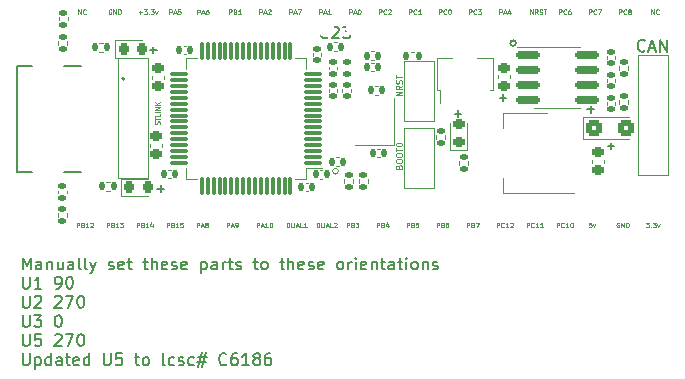
<source format=gto>
G04 #@! TF.GenerationSoftware,KiCad,Pcbnew,7.0.1-0*
G04 #@! TF.CreationDate,2023-08-30T13:31:37-04:00*
G04 #@! TF.ProjectId,F405_pill,46343035-5f70-4696-9c6c-2e6b69636164,rev?*
G04 #@! TF.SameCoordinates,Original*
G04 #@! TF.FileFunction,Legend,Top*
G04 #@! TF.FilePolarity,Positive*
%FSLAX46Y46*%
G04 Gerber Fmt 4.6, Leading zero omitted, Abs format (unit mm)*
G04 Created by KiCad (PCBNEW 7.0.1-0) date 2023-08-30 13:31:37*
%MOMM*%
%LPD*%
G01*
G04 APERTURE LIST*
G04 Aperture macros list*
%AMRoundRect*
0 Rectangle with rounded corners*
0 $1 Rounding radius*
0 $2 $3 $4 $5 $6 $7 $8 $9 X,Y pos of 4 corners*
0 Add a 4 corners polygon primitive as box body*
4,1,4,$2,$3,$4,$5,$6,$7,$8,$9,$2,$3,0*
0 Add four circle primitives for the rounded corners*
1,1,$1+$1,$2,$3*
1,1,$1+$1,$4,$5*
1,1,$1+$1,$6,$7*
1,1,$1+$1,$8,$9*
0 Add four rect primitives between the rounded corners*
20,1,$1+$1,$2,$3,$4,$5,0*
20,1,$1+$1,$4,$5,$6,$7,0*
20,1,$1+$1,$6,$7,$8,$9,0*
20,1,$1+$1,$8,$9,$2,$3,0*%
%AMFreePoly0*
4,1,9,3.862500,-0.866500,0.737500,-0.866500,0.737500,-0.450000,-0.737500,-0.450000,-0.737500,0.450000,0.737500,0.450000,0.737500,0.866500,3.862500,0.866500,3.862500,-0.866500,3.862500,-0.866500,$1*%
G04 Aperture macros list end*
%ADD10C,0.200000*%
%ADD11C,0.100000*%
%ADD12C,0.060000*%
%ADD13C,0.150000*%
%ADD14C,0.090000*%
%ADD15C,0.070000*%
%ADD16C,0.120000*%
%ADD17C,0.127000*%
%ADD18RoundRect,0.135000X0.185000X-0.135000X0.185000X0.135000X-0.185000X0.135000X-0.185000X-0.135000X0*%
%ADD19RoundRect,0.225000X0.250000X-0.225000X0.250000X0.225000X-0.250000X0.225000X-0.250000X-0.225000X0*%
%ADD20RoundRect,0.225000X-0.250000X0.225000X-0.250000X-0.225000X0.250000X-0.225000X0.250000X0.225000X0*%
%ADD21RoundRect,0.140000X0.140000X0.170000X-0.140000X0.170000X-0.140000X-0.170000X0.140000X-0.170000X0*%
%ADD22RoundRect,0.135000X-0.135000X-0.185000X0.135000X-0.185000X0.135000X0.185000X-0.135000X0.185000X0*%
%ADD23RoundRect,0.218750X-0.218750X-0.256250X0.218750X-0.256250X0.218750X0.256250X-0.218750X0.256250X0*%
%ADD24R,2.000000X1.500000*%
%ADD25R,2.000000X3.800000*%
%ADD26RoundRect,0.140000X0.170000X-0.140000X0.170000X0.140000X-0.170000X0.140000X-0.170000X-0.140000X0*%
%ADD27C,1.524000*%
%ADD28R,1.200000X1.400000*%
%ADD29RoundRect,0.140000X-0.140000X-0.170000X0.140000X-0.170000X0.140000X0.170000X-0.140000X0.170000X0*%
%ADD30RoundRect,0.140000X-0.170000X0.140000X-0.170000X-0.140000X0.170000X-0.140000X0.170000X0.140000X0*%
%ADD31RoundRect,0.250000X-0.450000X-0.425000X0.450000X-0.425000X0.450000X0.425000X-0.450000X0.425000X0*%
%ADD32C,0.700000*%
%ADD33R,1.450000X0.600000*%
%ADD34R,1.450000X0.300000*%
%ADD35O,2.100000X1.050000*%
%ADD36RoundRect,0.135000X-0.185000X0.135000X-0.185000X-0.135000X0.185000X-0.135000X0.185000X0.135000X0*%
%ADD37RoundRect,0.218750X0.256250X-0.218750X0.256250X0.218750X-0.256250X0.218750X-0.256250X-0.218750X0*%
%ADD38RoundRect,0.075000X0.700000X0.075000X-0.700000X0.075000X-0.700000X-0.075000X0.700000X-0.075000X0*%
%ADD39RoundRect,0.075000X0.075000X0.700000X-0.075000X0.700000X-0.075000X-0.700000X0.075000X-0.700000X0*%
%ADD40R,0.900000X1.300000*%
%ADD41FreePoly0,90.000000*%
%ADD42RoundRect,0.147500X-0.172500X0.147500X-0.172500X-0.147500X0.172500X-0.147500X0.172500X0.147500X0*%
%ADD43RoundRect,0.150000X-0.825000X-0.150000X0.825000X-0.150000X0.825000X0.150000X-0.825000X0.150000X0*%
G04 APERTURE END LIST*
D10*
X135340832Y-78300000D02*
G75*
G03*
X135340832Y-78300000I-240832J0D01*
G01*
D11*
X120300000Y-89150000D02*
G75*
G03*
X120300000Y-89150000I-240000J0D01*
G01*
D12*
X128615238Y-93895047D02*
X128615238Y-93495047D01*
X128615238Y-93495047D02*
X128767619Y-93495047D01*
X128767619Y-93495047D02*
X128805714Y-93514095D01*
X128805714Y-93514095D02*
X128824761Y-93533142D01*
X128824761Y-93533142D02*
X128843809Y-93571238D01*
X128843809Y-93571238D02*
X128843809Y-93628380D01*
X128843809Y-93628380D02*
X128824761Y-93666476D01*
X128824761Y-93666476D02*
X128805714Y-93685523D01*
X128805714Y-93685523D02*
X128767619Y-93704571D01*
X128767619Y-93704571D02*
X128615238Y-93704571D01*
X129148571Y-93685523D02*
X129205714Y-93704571D01*
X129205714Y-93704571D02*
X129224761Y-93723619D01*
X129224761Y-93723619D02*
X129243809Y-93761714D01*
X129243809Y-93761714D02*
X129243809Y-93818857D01*
X129243809Y-93818857D02*
X129224761Y-93856952D01*
X129224761Y-93856952D02*
X129205714Y-93876000D01*
X129205714Y-93876000D02*
X129167619Y-93895047D01*
X129167619Y-93895047D02*
X129015238Y-93895047D01*
X129015238Y-93895047D02*
X129015238Y-93495047D01*
X129015238Y-93495047D02*
X129148571Y-93495047D01*
X129148571Y-93495047D02*
X129186666Y-93514095D01*
X129186666Y-93514095D02*
X129205714Y-93533142D01*
X129205714Y-93533142D02*
X129224761Y-93571238D01*
X129224761Y-93571238D02*
X129224761Y-93609333D01*
X129224761Y-93609333D02*
X129205714Y-93647428D01*
X129205714Y-93647428D02*
X129186666Y-93666476D01*
X129186666Y-93666476D02*
X129148571Y-93685523D01*
X129148571Y-93685523D02*
X129015238Y-93685523D01*
X129586666Y-93495047D02*
X129510476Y-93495047D01*
X129510476Y-93495047D02*
X129472380Y-93514095D01*
X129472380Y-93514095D02*
X129453333Y-93533142D01*
X129453333Y-93533142D02*
X129415238Y-93590285D01*
X129415238Y-93590285D02*
X129396190Y-93666476D01*
X129396190Y-93666476D02*
X129396190Y-93818857D01*
X129396190Y-93818857D02*
X129415238Y-93856952D01*
X129415238Y-93856952D02*
X129434285Y-93876000D01*
X129434285Y-93876000D02*
X129472380Y-93895047D01*
X129472380Y-93895047D02*
X129548571Y-93895047D01*
X129548571Y-93895047D02*
X129586666Y-93876000D01*
X129586666Y-93876000D02*
X129605714Y-93856952D01*
X129605714Y-93856952D02*
X129624761Y-93818857D01*
X129624761Y-93818857D02*
X129624761Y-93723619D01*
X129624761Y-93723619D02*
X129605714Y-93685523D01*
X129605714Y-93685523D02*
X129586666Y-93666476D01*
X129586666Y-93666476D02*
X129548571Y-93647428D01*
X129548571Y-93647428D02*
X129472380Y-93647428D01*
X129472380Y-93647428D02*
X129434285Y-93666476D01*
X129434285Y-93666476D02*
X129415238Y-93685523D01*
X129415238Y-93685523D02*
X129396190Y-93723619D01*
X118455238Y-93895047D02*
X118455238Y-93495047D01*
X118455238Y-93495047D02*
X118550476Y-93495047D01*
X118550476Y-93495047D02*
X118607619Y-93514095D01*
X118607619Y-93514095D02*
X118645714Y-93552190D01*
X118645714Y-93552190D02*
X118664761Y-93590285D01*
X118664761Y-93590285D02*
X118683809Y-93666476D01*
X118683809Y-93666476D02*
X118683809Y-93723619D01*
X118683809Y-93723619D02*
X118664761Y-93799809D01*
X118664761Y-93799809D02*
X118645714Y-93837904D01*
X118645714Y-93837904D02*
X118607619Y-93876000D01*
X118607619Y-93876000D02*
X118550476Y-93895047D01*
X118550476Y-93895047D02*
X118455238Y-93895047D01*
X118855238Y-93495047D02*
X118855238Y-93818857D01*
X118855238Y-93818857D02*
X118874285Y-93856952D01*
X118874285Y-93856952D02*
X118893333Y-93876000D01*
X118893333Y-93876000D02*
X118931428Y-93895047D01*
X118931428Y-93895047D02*
X119007619Y-93895047D01*
X119007619Y-93895047D02*
X119045714Y-93876000D01*
X119045714Y-93876000D02*
X119064761Y-93856952D01*
X119064761Y-93856952D02*
X119083809Y-93818857D01*
X119083809Y-93818857D02*
X119083809Y-93495047D01*
X119255238Y-93780761D02*
X119445714Y-93780761D01*
X119217143Y-93895047D02*
X119350476Y-93495047D01*
X119350476Y-93495047D02*
X119483809Y-93895047D01*
X119807619Y-93895047D02*
X119617143Y-93895047D01*
X119617143Y-93895047D02*
X119617143Y-93495047D01*
X119921905Y-93533142D02*
X119940953Y-93514095D01*
X119940953Y-93514095D02*
X119979048Y-93495047D01*
X119979048Y-93495047D02*
X120074286Y-93495047D01*
X120074286Y-93495047D02*
X120112381Y-93514095D01*
X120112381Y-93514095D02*
X120131429Y-93533142D01*
X120131429Y-93533142D02*
X120150476Y-93571238D01*
X120150476Y-93571238D02*
X120150476Y-93609333D01*
X120150476Y-93609333D02*
X120131429Y-93666476D01*
X120131429Y-93666476D02*
X119902857Y-93895047D01*
X119902857Y-93895047D02*
X120150476Y-93895047D01*
X113375238Y-93895047D02*
X113375238Y-93495047D01*
X113375238Y-93495047D02*
X113527619Y-93495047D01*
X113527619Y-93495047D02*
X113565714Y-93514095D01*
X113565714Y-93514095D02*
X113584761Y-93533142D01*
X113584761Y-93533142D02*
X113603809Y-93571238D01*
X113603809Y-93571238D02*
X113603809Y-93628380D01*
X113603809Y-93628380D02*
X113584761Y-93666476D01*
X113584761Y-93666476D02*
X113565714Y-93685523D01*
X113565714Y-93685523D02*
X113527619Y-93704571D01*
X113527619Y-93704571D02*
X113375238Y-93704571D01*
X113756190Y-93780761D02*
X113946666Y-93780761D01*
X113718095Y-93895047D02*
X113851428Y-93495047D01*
X113851428Y-93495047D02*
X113984761Y-93895047D01*
X114327618Y-93895047D02*
X114099047Y-93895047D01*
X114213333Y-93895047D02*
X114213333Y-93495047D01*
X114213333Y-93495047D02*
X114175237Y-93552190D01*
X114175237Y-93552190D02*
X114137142Y-93590285D01*
X114137142Y-93590285D02*
X114099047Y-93609333D01*
X114575237Y-93495047D02*
X114613332Y-93495047D01*
X114613332Y-93495047D02*
X114651428Y-93514095D01*
X114651428Y-93514095D02*
X114670475Y-93533142D01*
X114670475Y-93533142D02*
X114689523Y-93571238D01*
X114689523Y-93571238D02*
X114708570Y-93647428D01*
X114708570Y-93647428D02*
X114708570Y-93742666D01*
X114708570Y-93742666D02*
X114689523Y-93818857D01*
X114689523Y-93818857D02*
X114670475Y-93856952D01*
X114670475Y-93856952D02*
X114651428Y-93876000D01*
X114651428Y-93876000D02*
X114613332Y-93895047D01*
X114613332Y-93895047D02*
X114575237Y-93895047D01*
X114575237Y-93895047D02*
X114537142Y-93876000D01*
X114537142Y-93876000D02*
X114518094Y-93856952D01*
X114518094Y-93856952D02*
X114499047Y-93818857D01*
X114499047Y-93818857D02*
X114479999Y-93742666D01*
X114479999Y-93742666D02*
X114479999Y-93647428D01*
X114479999Y-93647428D02*
X114499047Y-93571238D01*
X114499047Y-93571238D02*
X114518094Y-93533142D01*
X114518094Y-93533142D02*
X114537142Y-93514095D01*
X114537142Y-93514095D02*
X114575237Y-93495047D01*
X146357142Y-93495047D02*
X146604761Y-93495047D01*
X146604761Y-93495047D02*
X146471428Y-93647428D01*
X146471428Y-93647428D02*
X146528571Y-93647428D01*
X146528571Y-93647428D02*
X146566666Y-93666476D01*
X146566666Y-93666476D02*
X146585714Y-93685523D01*
X146585714Y-93685523D02*
X146604761Y-93723619D01*
X146604761Y-93723619D02*
X146604761Y-93818857D01*
X146604761Y-93818857D02*
X146585714Y-93856952D01*
X146585714Y-93856952D02*
X146566666Y-93876000D01*
X146566666Y-93876000D02*
X146528571Y-93895047D01*
X146528571Y-93895047D02*
X146414285Y-93895047D01*
X146414285Y-93895047D02*
X146376190Y-93876000D01*
X146376190Y-93876000D02*
X146357142Y-93856952D01*
X146776190Y-93856952D02*
X146795237Y-93876000D01*
X146795237Y-93876000D02*
X146776190Y-93895047D01*
X146776190Y-93895047D02*
X146757142Y-93876000D01*
X146757142Y-93876000D02*
X146776190Y-93856952D01*
X146776190Y-93856952D02*
X146776190Y-93895047D01*
X146928570Y-93495047D02*
X147176189Y-93495047D01*
X147176189Y-93495047D02*
X147042856Y-93647428D01*
X147042856Y-93647428D02*
X147099999Y-93647428D01*
X147099999Y-93647428D02*
X147138094Y-93666476D01*
X147138094Y-93666476D02*
X147157142Y-93685523D01*
X147157142Y-93685523D02*
X147176189Y-93723619D01*
X147176189Y-93723619D02*
X147176189Y-93818857D01*
X147176189Y-93818857D02*
X147157142Y-93856952D01*
X147157142Y-93856952D02*
X147138094Y-93876000D01*
X147138094Y-93876000D02*
X147099999Y-93895047D01*
X147099999Y-93895047D02*
X146985713Y-93895047D01*
X146985713Y-93895047D02*
X146947618Y-93876000D01*
X146947618Y-93876000D02*
X146928570Y-93856952D01*
X147309522Y-93628380D02*
X147404760Y-93895047D01*
X147404760Y-93895047D02*
X147499999Y-93628380D01*
X103215238Y-93895047D02*
X103215238Y-93495047D01*
X103215238Y-93495047D02*
X103367619Y-93495047D01*
X103367619Y-93495047D02*
X103405714Y-93514095D01*
X103405714Y-93514095D02*
X103424761Y-93533142D01*
X103424761Y-93533142D02*
X103443809Y-93571238D01*
X103443809Y-93571238D02*
X103443809Y-93628380D01*
X103443809Y-93628380D02*
X103424761Y-93666476D01*
X103424761Y-93666476D02*
X103405714Y-93685523D01*
X103405714Y-93685523D02*
X103367619Y-93704571D01*
X103367619Y-93704571D02*
X103215238Y-93704571D01*
X103748571Y-93685523D02*
X103805714Y-93704571D01*
X103805714Y-93704571D02*
X103824761Y-93723619D01*
X103824761Y-93723619D02*
X103843809Y-93761714D01*
X103843809Y-93761714D02*
X103843809Y-93818857D01*
X103843809Y-93818857D02*
X103824761Y-93856952D01*
X103824761Y-93856952D02*
X103805714Y-93876000D01*
X103805714Y-93876000D02*
X103767619Y-93895047D01*
X103767619Y-93895047D02*
X103615238Y-93895047D01*
X103615238Y-93895047D02*
X103615238Y-93495047D01*
X103615238Y-93495047D02*
X103748571Y-93495047D01*
X103748571Y-93495047D02*
X103786666Y-93514095D01*
X103786666Y-93514095D02*
X103805714Y-93533142D01*
X103805714Y-93533142D02*
X103824761Y-93571238D01*
X103824761Y-93571238D02*
X103824761Y-93609333D01*
X103824761Y-93609333D02*
X103805714Y-93647428D01*
X103805714Y-93647428D02*
X103786666Y-93666476D01*
X103786666Y-93666476D02*
X103748571Y-93685523D01*
X103748571Y-93685523D02*
X103615238Y-93685523D01*
X104224761Y-93895047D02*
X103996190Y-93895047D01*
X104110476Y-93895047D02*
X104110476Y-93495047D01*
X104110476Y-93495047D02*
X104072380Y-93552190D01*
X104072380Y-93552190D02*
X104034285Y-93590285D01*
X104034285Y-93590285D02*
X103996190Y-93609333D01*
X104567618Y-93628380D02*
X104567618Y-93895047D01*
X104472380Y-93476000D02*
X104377142Y-93761714D01*
X104377142Y-93761714D02*
X104624761Y-93761714D01*
X113609334Y-75845047D02*
X113609334Y-75445047D01*
X113609334Y-75445047D02*
X113761715Y-75445047D01*
X113761715Y-75445047D02*
X113799810Y-75464095D01*
X113799810Y-75464095D02*
X113818857Y-75483142D01*
X113818857Y-75483142D02*
X113837905Y-75521238D01*
X113837905Y-75521238D02*
X113837905Y-75578380D01*
X113837905Y-75578380D02*
X113818857Y-75616476D01*
X113818857Y-75616476D02*
X113799810Y-75635523D01*
X113799810Y-75635523D02*
X113761715Y-75654571D01*
X113761715Y-75654571D02*
X113609334Y-75654571D01*
X113990286Y-75730761D02*
X114180762Y-75730761D01*
X113952191Y-75845047D02*
X114085524Y-75445047D01*
X114085524Y-75445047D02*
X114218857Y-75845047D01*
X114333143Y-75483142D02*
X114352191Y-75464095D01*
X114352191Y-75464095D02*
X114390286Y-75445047D01*
X114390286Y-75445047D02*
X114485524Y-75445047D01*
X114485524Y-75445047D02*
X114523619Y-75464095D01*
X114523619Y-75464095D02*
X114542667Y-75483142D01*
X114542667Y-75483142D02*
X114561714Y-75521238D01*
X114561714Y-75521238D02*
X114561714Y-75559333D01*
X114561714Y-75559333D02*
X114542667Y-75616476D01*
X114542667Y-75616476D02*
X114314095Y-75845047D01*
X114314095Y-75845047D02*
X114561714Y-75845047D01*
D13*
X130183333Y-84257166D02*
X130716667Y-84257166D01*
X130450000Y-84523833D02*
X130450000Y-83990500D01*
D12*
X136532857Y-75845047D02*
X136532857Y-75445047D01*
X136532857Y-75445047D02*
X136761428Y-75845047D01*
X136761428Y-75845047D02*
X136761428Y-75445047D01*
X137180476Y-75845047D02*
X137047143Y-75654571D01*
X136951905Y-75845047D02*
X136951905Y-75445047D01*
X136951905Y-75445047D02*
X137104286Y-75445047D01*
X137104286Y-75445047D02*
X137142381Y-75464095D01*
X137142381Y-75464095D02*
X137161428Y-75483142D01*
X137161428Y-75483142D02*
X137180476Y-75521238D01*
X137180476Y-75521238D02*
X137180476Y-75578380D01*
X137180476Y-75578380D02*
X137161428Y-75616476D01*
X137161428Y-75616476D02*
X137142381Y-75635523D01*
X137142381Y-75635523D02*
X137104286Y-75654571D01*
X137104286Y-75654571D02*
X136951905Y-75654571D01*
X137332857Y-75826000D02*
X137390000Y-75845047D01*
X137390000Y-75845047D02*
X137485238Y-75845047D01*
X137485238Y-75845047D02*
X137523333Y-75826000D01*
X137523333Y-75826000D02*
X137542381Y-75806952D01*
X137542381Y-75806952D02*
X137561428Y-75768857D01*
X137561428Y-75768857D02*
X137561428Y-75730761D01*
X137561428Y-75730761D02*
X137542381Y-75692666D01*
X137542381Y-75692666D02*
X137523333Y-75673619D01*
X137523333Y-75673619D02*
X137485238Y-75654571D01*
X137485238Y-75654571D02*
X137409047Y-75635523D01*
X137409047Y-75635523D02*
X137370952Y-75616476D01*
X137370952Y-75616476D02*
X137351905Y-75597428D01*
X137351905Y-75597428D02*
X137332857Y-75559333D01*
X137332857Y-75559333D02*
X137332857Y-75521238D01*
X137332857Y-75521238D02*
X137351905Y-75483142D01*
X137351905Y-75483142D02*
X137370952Y-75464095D01*
X137370952Y-75464095D02*
X137409047Y-75445047D01*
X137409047Y-75445047D02*
X137504286Y-75445047D01*
X137504286Y-75445047D02*
X137561428Y-75464095D01*
X137675714Y-75445047D02*
X137904285Y-75445047D01*
X137789999Y-75845047D02*
X137789999Y-75445047D01*
X103389048Y-75692666D02*
X103693810Y-75692666D01*
X103541429Y-75845047D02*
X103541429Y-75540285D01*
X103846190Y-75445047D02*
X104093809Y-75445047D01*
X104093809Y-75445047D02*
X103960476Y-75597428D01*
X103960476Y-75597428D02*
X104017619Y-75597428D01*
X104017619Y-75597428D02*
X104055714Y-75616476D01*
X104055714Y-75616476D02*
X104074762Y-75635523D01*
X104074762Y-75635523D02*
X104093809Y-75673619D01*
X104093809Y-75673619D02*
X104093809Y-75768857D01*
X104093809Y-75768857D02*
X104074762Y-75806952D01*
X104074762Y-75806952D02*
X104055714Y-75826000D01*
X104055714Y-75826000D02*
X104017619Y-75845047D01*
X104017619Y-75845047D02*
X103903333Y-75845047D01*
X103903333Y-75845047D02*
X103865238Y-75826000D01*
X103865238Y-75826000D02*
X103846190Y-75806952D01*
X104265238Y-75806952D02*
X104284285Y-75826000D01*
X104284285Y-75826000D02*
X104265238Y-75845047D01*
X104265238Y-75845047D02*
X104246190Y-75826000D01*
X104246190Y-75826000D02*
X104265238Y-75806952D01*
X104265238Y-75806952D02*
X104265238Y-75845047D01*
X104417618Y-75445047D02*
X104665237Y-75445047D01*
X104665237Y-75445047D02*
X104531904Y-75597428D01*
X104531904Y-75597428D02*
X104589047Y-75597428D01*
X104589047Y-75597428D02*
X104627142Y-75616476D01*
X104627142Y-75616476D02*
X104646190Y-75635523D01*
X104646190Y-75635523D02*
X104665237Y-75673619D01*
X104665237Y-75673619D02*
X104665237Y-75768857D01*
X104665237Y-75768857D02*
X104646190Y-75806952D01*
X104646190Y-75806952D02*
X104627142Y-75826000D01*
X104627142Y-75826000D02*
X104589047Y-75845047D01*
X104589047Y-75845047D02*
X104474761Y-75845047D01*
X104474761Y-75845047D02*
X104436666Y-75826000D01*
X104436666Y-75826000D02*
X104417618Y-75806952D01*
X104798570Y-75578380D02*
X104893808Y-75845047D01*
X104893808Y-75845047D02*
X104989047Y-75578380D01*
X98135238Y-93895047D02*
X98135238Y-93495047D01*
X98135238Y-93495047D02*
X98287619Y-93495047D01*
X98287619Y-93495047D02*
X98325714Y-93514095D01*
X98325714Y-93514095D02*
X98344761Y-93533142D01*
X98344761Y-93533142D02*
X98363809Y-93571238D01*
X98363809Y-93571238D02*
X98363809Y-93628380D01*
X98363809Y-93628380D02*
X98344761Y-93666476D01*
X98344761Y-93666476D02*
X98325714Y-93685523D01*
X98325714Y-93685523D02*
X98287619Y-93704571D01*
X98287619Y-93704571D02*
X98135238Y-93704571D01*
X98668571Y-93685523D02*
X98725714Y-93704571D01*
X98725714Y-93704571D02*
X98744761Y-93723619D01*
X98744761Y-93723619D02*
X98763809Y-93761714D01*
X98763809Y-93761714D02*
X98763809Y-93818857D01*
X98763809Y-93818857D02*
X98744761Y-93856952D01*
X98744761Y-93856952D02*
X98725714Y-93876000D01*
X98725714Y-93876000D02*
X98687619Y-93895047D01*
X98687619Y-93895047D02*
X98535238Y-93895047D01*
X98535238Y-93895047D02*
X98535238Y-93495047D01*
X98535238Y-93495047D02*
X98668571Y-93495047D01*
X98668571Y-93495047D02*
X98706666Y-93514095D01*
X98706666Y-93514095D02*
X98725714Y-93533142D01*
X98725714Y-93533142D02*
X98744761Y-93571238D01*
X98744761Y-93571238D02*
X98744761Y-93609333D01*
X98744761Y-93609333D02*
X98725714Y-93647428D01*
X98725714Y-93647428D02*
X98706666Y-93666476D01*
X98706666Y-93666476D02*
X98668571Y-93685523D01*
X98668571Y-93685523D02*
X98535238Y-93685523D01*
X99144761Y-93895047D02*
X98916190Y-93895047D01*
X99030476Y-93895047D02*
X99030476Y-93495047D01*
X99030476Y-93495047D02*
X98992380Y-93552190D01*
X98992380Y-93552190D02*
X98954285Y-93590285D01*
X98954285Y-93590285D02*
X98916190Y-93609333D01*
X99297142Y-93533142D02*
X99316190Y-93514095D01*
X99316190Y-93514095D02*
X99354285Y-93495047D01*
X99354285Y-93495047D02*
X99449523Y-93495047D01*
X99449523Y-93495047D02*
X99487618Y-93514095D01*
X99487618Y-93514095D02*
X99506666Y-93533142D01*
X99506666Y-93533142D02*
X99525713Y-93571238D01*
X99525713Y-93571238D02*
X99525713Y-93609333D01*
X99525713Y-93609333D02*
X99506666Y-93666476D01*
X99506666Y-93666476D02*
X99278094Y-93895047D01*
X99278094Y-93895047D02*
X99525713Y-93895047D01*
D13*
X133983333Y-82907166D02*
X134516667Y-82907166D01*
X134250000Y-83173833D02*
X134250000Y-82640500D01*
X146257142Y-78917380D02*
X146209523Y-78965000D01*
X146209523Y-78965000D02*
X146066666Y-79012619D01*
X146066666Y-79012619D02*
X145971428Y-79012619D01*
X145971428Y-79012619D02*
X145828571Y-78965000D01*
X145828571Y-78965000D02*
X145733333Y-78869761D01*
X145733333Y-78869761D02*
X145685714Y-78774523D01*
X145685714Y-78774523D02*
X145638095Y-78584047D01*
X145638095Y-78584047D02*
X145638095Y-78441190D01*
X145638095Y-78441190D02*
X145685714Y-78250714D01*
X145685714Y-78250714D02*
X145733333Y-78155476D01*
X145733333Y-78155476D02*
X145828571Y-78060238D01*
X145828571Y-78060238D02*
X145971428Y-78012619D01*
X145971428Y-78012619D02*
X146066666Y-78012619D01*
X146066666Y-78012619D02*
X146209523Y-78060238D01*
X146209523Y-78060238D02*
X146257142Y-78107857D01*
X146638095Y-78726904D02*
X147114285Y-78726904D01*
X146542857Y-79012619D02*
X146876190Y-78012619D01*
X146876190Y-78012619D02*
X147209523Y-79012619D01*
X147542857Y-79012619D02*
X147542857Y-78012619D01*
X147542857Y-78012619D02*
X148114285Y-79012619D01*
X148114285Y-79012619D02*
X148114285Y-78012619D01*
D14*
X125681309Y-82721428D02*
X125181309Y-82721428D01*
X125181309Y-82721428D02*
X125681309Y-82435714D01*
X125681309Y-82435714D02*
X125181309Y-82435714D01*
X125681309Y-81911904D02*
X125443214Y-82078570D01*
X125681309Y-82197618D02*
X125181309Y-82197618D01*
X125181309Y-82197618D02*
X125181309Y-82007142D01*
X125181309Y-82007142D02*
X125205119Y-81959523D01*
X125205119Y-81959523D02*
X125228928Y-81935713D01*
X125228928Y-81935713D02*
X125276547Y-81911904D01*
X125276547Y-81911904D02*
X125347976Y-81911904D01*
X125347976Y-81911904D02*
X125395595Y-81935713D01*
X125395595Y-81935713D02*
X125419404Y-81959523D01*
X125419404Y-81959523D02*
X125443214Y-82007142D01*
X125443214Y-82007142D02*
X125443214Y-82197618D01*
X125657500Y-81721427D02*
X125681309Y-81649999D01*
X125681309Y-81649999D02*
X125681309Y-81530951D01*
X125681309Y-81530951D02*
X125657500Y-81483332D01*
X125657500Y-81483332D02*
X125633690Y-81459523D01*
X125633690Y-81459523D02*
X125586071Y-81435713D01*
X125586071Y-81435713D02*
X125538452Y-81435713D01*
X125538452Y-81435713D02*
X125490833Y-81459523D01*
X125490833Y-81459523D02*
X125467023Y-81483332D01*
X125467023Y-81483332D02*
X125443214Y-81530951D01*
X125443214Y-81530951D02*
X125419404Y-81626189D01*
X125419404Y-81626189D02*
X125395595Y-81673808D01*
X125395595Y-81673808D02*
X125371785Y-81697618D01*
X125371785Y-81697618D02*
X125324166Y-81721427D01*
X125324166Y-81721427D02*
X125276547Y-81721427D01*
X125276547Y-81721427D02*
X125228928Y-81697618D01*
X125228928Y-81697618D02*
X125205119Y-81673808D01*
X125205119Y-81673808D02*
X125181309Y-81626189D01*
X125181309Y-81626189D02*
X125181309Y-81507142D01*
X125181309Y-81507142D02*
X125205119Y-81435713D01*
X125181309Y-81292856D02*
X125181309Y-81007142D01*
X125681309Y-81149999D02*
X125181309Y-81149999D01*
X125419404Y-88766666D02*
X125443214Y-88695238D01*
X125443214Y-88695238D02*
X125467023Y-88671428D01*
X125467023Y-88671428D02*
X125514642Y-88647619D01*
X125514642Y-88647619D02*
X125586071Y-88647619D01*
X125586071Y-88647619D02*
X125633690Y-88671428D01*
X125633690Y-88671428D02*
X125657500Y-88695238D01*
X125657500Y-88695238D02*
X125681309Y-88742857D01*
X125681309Y-88742857D02*
X125681309Y-88933333D01*
X125681309Y-88933333D02*
X125181309Y-88933333D01*
X125181309Y-88933333D02*
X125181309Y-88766666D01*
X125181309Y-88766666D02*
X125205119Y-88719047D01*
X125205119Y-88719047D02*
X125228928Y-88695238D01*
X125228928Y-88695238D02*
X125276547Y-88671428D01*
X125276547Y-88671428D02*
X125324166Y-88671428D01*
X125324166Y-88671428D02*
X125371785Y-88695238D01*
X125371785Y-88695238D02*
X125395595Y-88719047D01*
X125395595Y-88719047D02*
X125419404Y-88766666D01*
X125419404Y-88766666D02*
X125419404Y-88933333D01*
X125181309Y-88338095D02*
X125181309Y-88242857D01*
X125181309Y-88242857D02*
X125205119Y-88195238D01*
X125205119Y-88195238D02*
X125252738Y-88147619D01*
X125252738Y-88147619D02*
X125347976Y-88123809D01*
X125347976Y-88123809D02*
X125514642Y-88123809D01*
X125514642Y-88123809D02*
X125609880Y-88147619D01*
X125609880Y-88147619D02*
X125657500Y-88195238D01*
X125657500Y-88195238D02*
X125681309Y-88242857D01*
X125681309Y-88242857D02*
X125681309Y-88338095D01*
X125681309Y-88338095D02*
X125657500Y-88385714D01*
X125657500Y-88385714D02*
X125609880Y-88433333D01*
X125609880Y-88433333D02*
X125514642Y-88457142D01*
X125514642Y-88457142D02*
X125347976Y-88457142D01*
X125347976Y-88457142D02*
X125252738Y-88433333D01*
X125252738Y-88433333D02*
X125205119Y-88385714D01*
X125205119Y-88385714D02*
X125181309Y-88338095D01*
X125181309Y-87814285D02*
X125181309Y-87719047D01*
X125181309Y-87719047D02*
X125205119Y-87671428D01*
X125205119Y-87671428D02*
X125252738Y-87623809D01*
X125252738Y-87623809D02*
X125347976Y-87599999D01*
X125347976Y-87599999D02*
X125514642Y-87599999D01*
X125514642Y-87599999D02*
X125609880Y-87623809D01*
X125609880Y-87623809D02*
X125657500Y-87671428D01*
X125657500Y-87671428D02*
X125681309Y-87719047D01*
X125681309Y-87719047D02*
X125681309Y-87814285D01*
X125681309Y-87814285D02*
X125657500Y-87861904D01*
X125657500Y-87861904D02*
X125609880Y-87909523D01*
X125609880Y-87909523D02*
X125514642Y-87933332D01*
X125514642Y-87933332D02*
X125347976Y-87933332D01*
X125347976Y-87933332D02*
X125252738Y-87909523D01*
X125252738Y-87909523D02*
X125205119Y-87861904D01*
X125205119Y-87861904D02*
X125181309Y-87814285D01*
X125181309Y-87457141D02*
X125181309Y-87171427D01*
X125681309Y-87314284D02*
X125181309Y-87314284D01*
X125181309Y-86909523D02*
X125181309Y-86861904D01*
X125181309Y-86861904D02*
X125205119Y-86814285D01*
X125205119Y-86814285D02*
X125228928Y-86790475D01*
X125228928Y-86790475D02*
X125276547Y-86766666D01*
X125276547Y-86766666D02*
X125371785Y-86742856D01*
X125371785Y-86742856D02*
X125490833Y-86742856D01*
X125490833Y-86742856D02*
X125586071Y-86766666D01*
X125586071Y-86766666D02*
X125633690Y-86790475D01*
X125633690Y-86790475D02*
X125657500Y-86814285D01*
X125657500Y-86814285D02*
X125681309Y-86861904D01*
X125681309Y-86861904D02*
X125681309Y-86909523D01*
X125681309Y-86909523D02*
X125657500Y-86957142D01*
X125657500Y-86957142D02*
X125633690Y-86980951D01*
X125633690Y-86980951D02*
X125586071Y-87004761D01*
X125586071Y-87004761D02*
X125490833Y-87028570D01*
X125490833Y-87028570D02*
X125371785Y-87028570D01*
X125371785Y-87028570D02*
X125276547Y-87004761D01*
X125276547Y-87004761D02*
X125228928Y-86980951D01*
X125228928Y-86980951D02*
X125205119Y-86957142D01*
X125205119Y-86957142D02*
X125181309Y-86909523D01*
D12*
X120995238Y-93895047D02*
X120995238Y-93495047D01*
X120995238Y-93495047D02*
X121147619Y-93495047D01*
X121147619Y-93495047D02*
X121185714Y-93514095D01*
X121185714Y-93514095D02*
X121204761Y-93533142D01*
X121204761Y-93533142D02*
X121223809Y-93571238D01*
X121223809Y-93571238D02*
X121223809Y-93628380D01*
X121223809Y-93628380D02*
X121204761Y-93666476D01*
X121204761Y-93666476D02*
X121185714Y-93685523D01*
X121185714Y-93685523D02*
X121147619Y-93704571D01*
X121147619Y-93704571D02*
X120995238Y-93704571D01*
X121528571Y-93685523D02*
X121585714Y-93704571D01*
X121585714Y-93704571D02*
X121604761Y-93723619D01*
X121604761Y-93723619D02*
X121623809Y-93761714D01*
X121623809Y-93761714D02*
X121623809Y-93818857D01*
X121623809Y-93818857D02*
X121604761Y-93856952D01*
X121604761Y-93856952D02*
X121585714Y-93876000D01*
X121585714Y-93876000D02*
X121547619Y-93895047D01*
X121547619Y-93895047D02*
X121395238Y-93895047D01*
X121395238Y-93895047D02*
X121395238Y-93495047D01*
X121395238Y-93495047D02*
X121528571Y-93495047D01*
X121528571Y-93495047D02*
X121566666Y-93514095D01*
X121566666Y-93514095D02*
X121585714Y-93533142D01*
X121585714Y-93533142D02*
X121604761Y-93571238D01*
X121604761Y-93571238D02*
X121604761Y-93609333D01*
X121604761Y-93609333D02*
X121585714Y-93647428D01*
X121585714Y-93647428D02*
X121566666Y-93666476D01*
X121566666Y-93666476D02*
X121528571Y-93685523D01*
X121528571Y-93685523D02*
X121395238Y-93685523D01*
X121757142Y-93495047D02*
X122004761Y-93495047D01*
X122004761Y-93495047D02*
X121871428Y-93647428D01*
X121871428Y-93647428D02*
X121928571Y-93647428D01*
X121928571Y-93647428D02*
X121966666Y-93666476D01*
X121966666Y-93666476D02*
X121985714Y-93685523D01*
X121985714Y-93685523D02*
X122004761Y-93723619D01*
X122004761Y-93723619D02*
X122004761Y-93818857D01*
X122004761Y-93818857D02*
X121985714Y-93856952D01*
X121985714Y-93856952D02*
X121966666Y-93876000D01*
X121966666Y-93876000D02*
X121928571Y-93895047D01*
X121928571Y-93895047D02*
X121814285Y-93895047D01*
X121814285Y-93895047D02*
X121776190Y-93876000D01*
X121776190Y-93876000D02*
X121757142Y-93856952D01*
X101071237Y-75464095D02*
X101033142Y-75445047D01*
X101033142Y-75445047D02*
X100975999Y-75445047D01*
X100975999Y-75445047D02*
X100918856Y-75464095D01*
X100918856Y-75464095D02*
X100880761Y-75502190D01*
X100880761Y-75502190D02*
X100861714Y-75540285D01*
X100861714Y-75540285D02*
X100842666Y-75616476D01*
X100842666Y-75616476D02*
X100842666Y-75673619D01*
X100842666Y-75673619D02*
X100861714Y-75749809D01*
X100861714Y-75749809D02*
X100880761Y-75787904D01*
X100880761Y-75787904D02*
X100918856Y-75826000D01*
X100918856Y-75826000D02*
X100975999Y-75845047D01*
X100975999Y-75845047D02*
X101014095Y-75845047D01*
X101014095Y-75845047D02*
X101071237Y-75826000D01*
X101071237Y-75826000D02*
X101090285Y-75806952D01*
X101090285Y-75806952D02*
X101090285Y-75673619D01*
X101090285Y-75673619D02*
X101014095Y-75673619D01*
X101261714Y-75845047D02*
X101261714Y-75445047D01*
X101261714Y-75445047D02*
X101490285Y-75845047D01*
X101490285Y-75845047D02*
X101490285Y-75445047D01*
X101680762Y-75845047D02*
X101680762Y-75445047D01*
X101680762Y-75445047D02*
X101776000Y-75445047D01*
X101776000Y-75445047D02*
X101833143Y-75464095D01*
X101833143Y-75464095D02*
X101871238Y-75502190D01*
X101871238Y-75502190D02*
X101890285Y-75540285D01*
X101890285Y-75540285D02*
X101909333Y-75616476D01*
X101909333Y-75616476D02*
X101909333Y-75673619D01*
X101909333Y-75673619D02*
X101890285Y-75749809D01*
X101890285Y-75749809D02*
X101871238Y-75787904D01*
X101871238Y-75787904D02*
X101833143Y-75826000D01*
X101833143Y-75826000D02*
X101776000Y-75845047D01*
X101776000Y-75845047D02*
X101680762Y-75845047D01*
D13*
X93588095Y-97462619D02*
X93588095Y-96462619D01*
X93588095Y-96462619D02*
X93921428Y-97176904D01*
X93921428Y-97176904D02*
X94254761Y-96462619D01*
X94254761Y-96462619D02*
X94254761Y-97462619D01*
X95159523Y-97462619D02*
X95159523Y-96938809D01*
X95159523Y-96938809D02*
X95111904Y-96843571D01*
X95111904Y-96843571D02*
X95016666Y-96795952D01*
X95016666Y-96795952D02*
X94826190Y-96795952D01*
X94826190Y-96795952D02*
X94730952Y-96843571D01*
X95159523Y-97415000D02*
X95064285Y-97462619D01*
X95064285Y-97462619D02*
X94826190Y-97462619D01*
X94826190Y-97462619D02*
X94730952Y-97415000D01*
X94730952Y-97415000D02*
X94683333Y-97319761D01*
X94683333Y-97319761D02*
X94683333Y-97224523D01*
X94683333Y-97224523D02*
X94730952Y-97129285D01*
X94730952Y-97129285D02*
X94826190Y-97081666D01*
X94826190Y-97081666D02*
X95064285Y-97081666D01*
X95064285Y-97081666D02*
X95159523Y-97034047D01*
X95635714Y-96795952D02*
X95635714Y-97462619D01*
X95635714Y-96891190D02*
X95683333Y-96843571D01*
X95683333Y-96843571D02*
X95778571Y-96795952D01*
X95778571Y-96795952D02*
X95921428Y-96795952D01*
X95921428Y-96795952D02*
X96016666Y-96843571D01*
X96016666Y-96843571D02*
X96064285Y-96938809D01*
X96064285Y-96938809D02*
X96064285Y-97462619D01*
X96969047Y-96795952D02*
X96969047Y-97462619D01*
X96540476Y-96795952D02*
X96540476Y-97319761D01*
X96540476Y-97319761D02*
X96588095Y-97415000D01*
X96588095Y-97415000D02*
X96683333Y-97462619D01*
X96683333Y-97462619D02*
X96826190Y-97462619D01*
X96826190Y-97462619D02*
X96921428Y-97415000D01*
X96921428Y-97415000D02*
X96969047Y-97367380D01*
X97873809Y-97462619D02*
X97873809Y-96938809D01*
X97873809Y-96938809D02*
X97826190Y-96843571D01*
X97826190Y-96843571D02*
X97730952Y-96795952D01*
X97730952Y-96795952D02*
X97540476Y-96795952D01*
X97540476Y-96795952D02*
X97445238Y-96843571D01*
X97873809Y-97415000D02*
X97778571Y-97462619D01*
X97778571Y-97462619D02*
X97540476Y-97462619D01*
X97540476Y-97462619D02*
X97445238Y-97415000D01*
X97445238Y-97415000D02*
X97397619Y-97319761D01*
X97397619Y-97319761D02*
X97397619Y-97224523D01*
X97397619Y-97224523D02*
X97445238Y-97129285D01*
X97445238Y-97129285D02*
X97540476Y-97081666D01*
X97540476Y-97081666D02*
X97778571Y-97081666D01*
X97778571Y-97081666D02*
X97873809Y-97034047D01*
X98492857Y-97462619D02*
X98397619Y-97415000D01*
X98397619Y-97415000D02*
X98350000Y-97319761D01*
X98350000Y-97319761D02*
X98350000Y-96462619D01*
X99016667Y-97462619D02*
X98921429Y-97415000D01*
X98921429Y-97415000D02*
X98873810Y-97319761D01*
X98873810Y-97319761D02*
X98873810Y-96462619D01*
X99302382Y-96795952D02*
X99540477Y-97462619D01*
X99778572Y-96795952D02*
X99540477Y-97462619D01*
X99540477Y-97462619D02*
X99445239Y-97700714D01*
X99445239Y-97700714D02*
X99397620Y-97748333D01*
X99397620Y-97748333D02*
X99302382Y-97795952D01*
X100873811Y-97415000D02*
X100969049Y-97462619D01*
X100969049Y-97462619D02*
X101159525Y-97462619D01*
X101159525Y-97462619D02*
X101254763Y-97415000D01*
X101254763Y-97415000D02*
X101302382Y-97319761D01*
X101302382Y-97319761D02*
X101302382Y-97272142D01*
X101302382Y-97272142D02*
X101254763Y-97176904D01*
X101254763Y-97176904D02*
X101159525Y-97129285D01*
X101159525Y-97129285D02*
X101016668Y-97129285D01*
X101016668Y-97129285D02*
X100921430Y-97081666D01*
X100921430Y-97081666D02*
X100873811Y-96986428D01*
X100873811Y-96986428D02*
X100873811Y-96938809D01*
X100873811Y-96938809D02*
X100921430Y-96843571D01*
X100921430Y-96843571D02*
X101016668Y-96795952D01*
X101016668Y-96795952D02*
X101159525Y-96795952D01*
X101159525Y-96795952D02*
X101254763Y-96843571D01*
X102111906Y-97415000D02*
X102016668Y-97462619D01*
X102016668Y-97462619D02*
X101826192Y-97462619D01*
X101826192Y-97462619D02*
X101730954Y-97415000D01*
X101730954Y-97415000D02*
X101683335Y-97319761D01*
X101683335Y-97319761D02*
X101683335Y-96938809D01*
X101683335Y-96938809D02*
X101730954Y-96843571D01*
X101730954Y-96843571D02*
X101826192Y-96795952D01*
X101826192Y-96795952D02*
X102016668Y-96795952D01*
X102016668Y-96795952D02*
X102111906Y-96843571D01*
X102111906Y-96843571D02*
X102159525Y-96938809D01*
X102159525Y-96938809D02*
X102159525Y-97034047D01*
X102159525Y-97034047D02*
X101683335Y-97129285D01*
X102445240Y-96795952D02*
X102826192Y-96795952D01*
X102588097Y-96462619D02*
X102588097Y-97319761D01*
X102588097Y-97319761D02*
X102635716Y-97415000D01*
X102635716Y-97415000D02*
X102730954Y-97462619D01*
X102730954Y-97462619D02*
X102826192Y-97462619D01*
X103778574Y-96795952D02*
X104159526Y-96795952D01*
X103921431Y-96462619D02*
X103921431Y-97319761D01*
X103921431Y-97319761D02*
X103969050Y-97415000D01*
X103969050Y-97415000D02*
X104064288Y-97462619D01*
X104064288Y-97462619D02*
X104159526Y-97462619D01*
X104492860Y-97462619D02*
X104492860Y-96462619D01*
X104921431Y-97462619D02*
X104921431Y-96938809D01*
X104921431Y-96938809D02*
X104873812Y-96843571D01*
X104873812Y-96843571D02*
X104778574Y-96795952D01*
X104778574Y-96795952D02*
X104635717Y-96795952D01*
X104635717Y-96795952D02*
X104540479Y-96843571D01*
X104540479Y-96843571D02*
X104492860Y-96891190D01*
X105778574Y-97415000D02*
X105683336Y-97462619D01*
X105683336Y-97462619D02*
X105492860Y-97462619D01*
X105492860Y-97462619D02*
X105397622Y-97415000D01*
X105397622Y-97415000D02*
X105350003Y-97319761D01*
X105350003Y-97319761D02*
X105350003Y-96938809D01*
X105350003Y-96938809D02*
X105397622Y-96843571D01*
X105397622Y-96843571D02*
X105492860Y-96795952D01*
X105492860Y-96795952D02*
X105683336Y-96795952D01*
X105683336Y-96795952D02*
X105778574Y-96843571D01*
X105778574Y-96843571D02*
X105826193Y-96938809D01*
X105826193Y-96938809D02*
X105826193Y-97034047D01*
X105826193Y-97034047D02*
X105350003Y-97129285D01*
X106207146Y-97415000D02*
X106302384Y-97462619D01*
X106302384Y-97462619D02*
X106492860Y-97462619D01*
X106492860Y-97462619D02*
X106588098Y-97415000D01*
X106588098Y-97415000D02*
X106635717Y-97319761D01*
X106635717Y-97319761D02*
X106635717Y-97272142D01*
X106635717Y-97272142D02*
X106588098Y-97176904D01*
X106588098Y-97176904D02*
X106492860Y-97129285D01*
X106492860Y-97129285D02*
X106350003Y-97129285D01*
X106350003Y-97129285D02*
X106254765Y-97081666D01*
X106254765Y-97081666D02*
X106207146Y-96986428D01*
X106207146Y-96986428D02*
X106207146Y-96938809D01*
X106207146Y-96938809D02*
X106254765Y-96843571D01*
X106254765Y-96843571D02*
X106350003Y-96795952D01*
X106350003Y-96795952D02*
X106492860Y-96795952D01*
X106492860Y-96795952D02*
X106588098Y-96843571D01*
X107445241Y-97415000D02*
X107350003Y-97462619D01*
X107350003Y-97462619D02*
X107159527Y-97462619D01*
X107159527Y-97462619D02*
X107064289Y-97415000D01*
X107064289Y-97415000D02*
X107016670Y-97319761D01*
X107016670Y-97319761D02*
X107016670Y-96938809D01*
X107016670Y-96938809D02*
X107064289Y-96843571D01*
X107064289Y-96843571D02*
X107159527Y-96795952D01*
X107159527Y-96795952D02*
X107350003Y-96795952D01*
X107350003Y-96795952D02*
X107445241Y-96843571D01*
X107445241Y-96843571D02*
X107492860Y-96938809D01*
X107492860Y-96938809D02*
X107492860Y-97034047D01*
X107492860Y-97034047D02*
X107016670Y-97129285D01*
X108683337Y-96795952D02*
X108683337Y-97795952D01*
X108683337Y-96843571D02*
X108778575Y-96795952D01*
X108778575Y-96795952D02*
X108969051Y-96795952D01*
X108969051Y-96795952D02*
X109064289Y-96843571D01*
X109064289Y-96843571D02*
X109111908Y-96891190D01*
X109111908Y-96891190D02*
X109159527Y-96986428D01*
X109159527Y-96986428D02*
X109159527Y-97272142D01*
X109159527Y-97272142D02*
X109111908Y-97367380D01*
X109111908Y-97367380D02*
X109064289Y-97415000D01*
X109064289Y-97415000D02*
X108969051Y-97462619D01*
X108969051Y-97462619D02*
X108778575Y-97462619D01*
X108778575Y-97462619D02*
X108683337Y-97415000D01*
X110016670Y-97462619D02*
X110016670Y-96938809D01*
X110016670Y-96938809D02*
X109969051Y-96843571D01*
X109969051Y-96843571D02*
X109873813Y-96795952D01*
X109873813Y-96795952D02*
X109683337Y-96795952D01*
X109683337Y-96795952D02*
X109588099Y-96843571D01*
X110016670Y-97415000D02*
X109921432Y-97462619D01*
X109921432Y-97462619D02*
X109683337Y-97462619D01*
X109683337Y-97462619D02*
X109588099Y-97415000D01*
X109588099Y-97415000D02*
X109540480Y-97319761D01*
X109540480Y-97319761D02*
X109540480Y-97224523D01*
X109540480Y-97224523D02*
X109588099Y-97129285D01*
X109588099Y-97129285D02*
X109683337Y-97081666D01*
X109683337Y-97081666D02*
X109921432Y-97081666D01*
X109921432Y-97081666D02*
X110016670Y-97034047D01*
X110492861Y-97462619D02*
X110492861Y-96795952D01*
X110492861Y-96986428D02*
X110540480Y-96891190D01*
X110540480Y-96891190D02*
X110588099Y-96843571D01*
X110588099Y-96843571D02*
X110683337Y-96795952D01*
X110683337Y-96795952D02*
X110778575Y-96795952D01*
X110969052Y-96795952D02*
X111350004Y-96795952D01*
X111111909Y-96462619D02*
X111111909Y-97319761D01*
X111111909Y-97319761D02*
X111159528Y-97415000D01*
X111159528Y-97415000D02*
X111254766Y-97462619D01*
X111254766Y-97462619D02*
X111350004Y-97462619D01*
X111635719Y-97415000D02*
X111730957Y-97462619D01*
X111730957Y-97462619D02*
X111921433Y-97462619D01*
X111921433Y-97462619D02*
X112016671Y-97415000D01*
X112016671Y-97415000D02*
X112064290Y-97319761D01*
X112064290Y-97319761D02*
X112064290Y-97272142D01*
X112064290Y-97272142D02*
X112016671Y-97176904D01*
X112016671Y-97176904D02*
X111921433Y-97129285D01*
X111921433Y-97129285D02*
X111778576Y-97129285D01*
X111778576Y-97129285D02*
X111683338Y-97081666D01*
X111683338Y-97081666D02*
X111635719Y-96986428D01*
X111635719Y-96986428D02*
X111635719Y-96938809D01*
X111635719Y-96938809D02*
X111683338Y-96843571D01*
X111683338Y-96843571D02*
X111778576Y-96795952D01*
X111778576Y-96795952D02*
X111921433Y-96795952D01*
X111921433Y-96795952D02*
X112016671Y-96843571D01*
X113111910Y-96795952D02*
X113492862Y-96795952D01*
X113254767Y-96462619D02*
X113254767Y-97319761D01*
X113254767Y-97319761D02*
X113302386Y-97415000D01*
X113302386Y-97415000D02*
X113397624Y-97462619D01*
X113397624Y-97462619D02*
X113492862Y-97462619D01*
X113969053Y-97462619D02*
X113873815Y-97415000D01*
X113873815Y-97415000D02*
X113826196Y-97367380D01*
X113826196Y-97367380D02*
X113778577Y-97272142D01*
X113778577Y-97272142D02*
X113778577Y-96986428D01*
X113778577Y-96986428D02*
X113826196Y-96891190D01*
X113826196Y-96891190D02*
X113873815Y-96843571D01*
X113873815Y-96843571D02*
X113969053Y-96795952D01*
X113969053Y-96795952D02*
X114111910Y-96795952D01*
X114111910Y-96795952D02*
X114207148Y-96843571D01*
X114207148Y-96843571D02*
X114254767Y-96891190D01*
X114254767Y-96891190D02*
X114302386Y-96986428D01*
X114302386Y-96986428D02*
X114302386Y-97272142D01*
X114302386Y-97272142D02*
X114254767Y-97367380D01*
X114254767Y-97367380D02*
X114207148Y-97415000D01*
X114207148Y-97415000D02*
X114111910Y-97462619D01*
X114111910Y-97462619D02*
X113969053Y-97462619D01*
X115350006Y-96795952D02*
X115730958Y-96795952D01*
X115492863Y-96462619D02*
X115492863Y-97319761D01*
X115492863Y-97319761D02*
X115540482Y-97415000D01*
X115540482Y-97415000D02*
X115635720Y-97462619D01*
X115635720Y-97462619D02*
X115730958Y-97462619D01*
X116064292Y-97462619D02*
X116064292Y-96462619D01*
X116492863Y-97462619D02*
X116492863Y-96938809D01*
X116492863Y-96938809D02*
X116445244Y-96843571D01*
X116445244Y-96843571D02*
X116350006Y-96795952D01*
X116350006Y-96795952D02*
X116207149Y-96795952D01*
X116207149Y-96795952D02*
X116111911Y-96843571D01*
X116111911Y-96843571D02*
X116064292Y-96891190D01*
X117350006Y-97415000D02*
X117254768Y-97462619D01*
X117254768Y-97462619D02*
X117064292Y-97462619D01*
X117064292Y-97462619D02*
X116969054Y-97415000D01*
X116969054Y-97415000D02*
X116921435Y-97319761D01*
X116921435Y-97319761D02*
X116921435Y-96938809D01*
X116921435Y-96938809D02*
X116969054Y-96843571D01*
X116969054Y-96843571D02*
X117064292Y-96795952D01*
X117064292Y-96795952D02*
X117254768Y-96795952D01*
X117254768Y-96795952D02*
X117350006Y-96843571D01*
X117350006Y-96843571D02*
X117397625Y-96938809D01*
X117397625Y-96938809D02*
X117397625Y-97034047D01*
X117397625Y-97034047D02*
X116921435Y-97129285D01*
X117778578Y-97415000D02*
X117873816Y-97462619D01*
X117873816Y-97462619D02*
X118064292Y-97462619D01*
X118064292Y-97462619D02*
X118159530Y-97415000D01*
X118159530Y-97415000D02*
X118207149Y-97319761D01*
X118207149Y-97319761D02*
X118207149Y-97272142D01*
X118207149Y-97272142D02*
X118159530Y-97176904D01*
X118159530Y-97176904D02*
X118064292Y-97129285D01*
X118064292Y-97129285D02*
X117921435Y-97129285D01*
X117921435Y-97129285D02*
X117826197Y-97081666D01*
X117826197Y-97081666D02*
X117778578Y-96986428D01*
X117778578Y-96986428D02*
X117778578Y-96938809D01*
X117778578Y-96938809D02*
X117826197Y-96843571D01*
X117826197Y-96843571D02*
X117921435Y-96795952D01*
X117921435Y-96795952D02*
X118064292Y-96795952D01*
X118064292Y-96795952D02*
X118159530Y-96843571D01*
X119016673Y-97415000D02*
X118921435Y-97462619D01*
X118921435Y-97462619D02*
X118730959Y-97462619D01*
X118730959Y-97462619D02*
X118635721Y-97415000D01*
X118635721Y-97415000D02*
X118588102Y-97319761D01*
X118588102Y-97319761D02*
X118588102Y-96938809D01*
X118588102Y-96938809D02*
X118635721Y-96843571D01*
X118635721Y-96843571D02*
X118730959Y-96795952D01*
X118730959Y-96795952D02*
X118921435Y-96795952D01*
X118921435Y-96795952D02*
X119016673Y-96843571D01*
X119016673Y-96843571D02*
X119064292Y-96938809D01*
X119064292Y-96938809D02*
X119064292Y-97034047D01*
X119064292Y-97034047D02*
X118588102Y-97129285D01*
X120397626Y-97462619D02*
X120302388Y-97415000D01*
X120302388Y-97415000D02*
X120254769Y-97367380D01*
X120254769Y-97367380D02*
X120207150Y-97272142D01*
X120207150Y-97272142D02*
X120207150Y-96986428D01*
X120207150Y-96986428D02*
X120254769Y-96891190D01*
X120254769Y-96891190D02*
X120302388Y-96843571D01*
X120302388Y-96843571D02*
X120397626Y-96795952D01*
X120397626Y-96795952D02*
X120540483Y-96795952D01*
X120540483Y-96795952D02*
X120635721Y-96843571D01*
X120635721Y-96843571D02*
X120683340Y-96891190D01*
X120683340Y-96891190D02*
X120730959Y-96986428D01*
X120730959Y-96986428D02*
X120730959Y-97272142D01*
X120730959Y-97272142D02*
X120683340Y-97367380D01*
X120683340Y-97367380D02*
X120635721Y-97415000D01*
X120635721Y-97415000D02*
X120540483Y-97462619D01*
X120540483Y-97462619D02*
X120397626Y-97462619D01*
X121159531Y-97462619D02*
X121159531Y-96795952D01*
X121159531Y-96986428D02*
X121207150Y-96891190D01*
X121207150Y-96891190D02*
X121254769Y-96843571D01*
X121254769Y-96843571D02*
X121350007Y-96795952D01*
X121350007Y-96795952D02*
X121445245Y-96795952D01*
X121778579Y-97462619D02*
X121778579Y-96795952D01*
X121778579Y-96462619D02*
X121730960Y-96510238D01*
X121730960Y-96510238D02*
X121778579Y-96557857D01*
X121778579Y-96557857D02*
X121826198Y-96510238D01*
X121826198Y-96510238D02*
X121778579Y-96462619D01*
X121778579Y-96462619D02*
X121778579Y-96557857D01*
X122635721Y-97415000D02*
X122540483Y-97462619D01*
X122540483Y-97462619D02*
X122350007Y-97462619D01*
X122350007Y-97462619D02*
X122254769Y-97415000D01*
X122254769Y-97415000D02*
X122207150Y-97319761D01*
X122207150Y-97319761D02*
X122207150Y-96938809D01*
X122207150Y-96938809D02*
X122254769Y-96843571D01*
X122254769Y-96843571D02*
X122350007Y-96795952D01*
X122350007Y-96795952D02*
X122540483Y-96795952D01*
X122540483Y-96795952D02*
X122635721Y-96843571D01*
X122635721Y-96843571D02*
X122683340Y-96938809D01*
X122683340Y-96938809D02*
X122683340Y-97034047D01*
X122683340Y-97034047D02*
X122207150Y-97129285D01*
X123111912Y-96795952D02*
X123111912Y-97462619D01*
X123111912Y-96891190D02*
X123159531Y-96843571D01*
X123159531Y-96843571D02*
X123254769Y-96795952D01*
X123254769Y-96795952D02*
X123397626Y-96795952D01*
X123397626Y-96795952D02*
X123492864Y-96843571D01*
X123492864Y-96843571D02*
X123540483Y-96938809D01*
X123540483Y-96938809D02*
X123540483Y-97462619D01*
X123873817Y-96795952D02*
X124254769Y-96795952D01*
X124016674Y-96462619D02*
X124016674Y-97319761D01*
X124016674Y-97319761D02*
X124064293Y-97415000D01*
X124064293Y-97415000D02*
X124159531Y-97462619D01*
X124159531Y-97462619D02*
X124254769Y-97462619D01*
X125016674Y-97462619D02*
X125016674Y-96938809D01*
X125016674Y-96938809D02*
X124969055Y-96843571D01*
X124969055Y-96843571D02*
X124873817Y-96795952D01*
X124873817Y-96795952D02*
X124683341Y-96795952D01*
X124683341Y-96795952D02*
X124588103Y-96843571D01*
X125016674Y-97415000D02*
X124921436Y-97462619D01*
X124921436Y-97462619D02*
X124683341Y-97462619D01*
X124683341Y-97462619D02*
X124588103Y-97415000D01*
X124588103Y-97415000D02*
X124540484Y-97319761D01*
X124540484Y-97319761D02*
X124540484Y-97224523D01*
X124540484Y-97224523D02*
X124588103Y-97129285D01*
X124588103Y-97129285D02*
X124683341Y-97081666D01*
X124683341Y-97081666D02*
X124921436Y-97081666D01*
X124921436Y-97081666D02*
X125016674Y-97034047D01*
X125350008Y-96795952D02*
X125730960Y-96795952D01*
X125492865Y-96462619D02*
X125492865Y-97319761D01*
X125492865Y-97319761D02*
X125540484Y-97415000D01*
X125540484Y-97415000D02*
X125635722Y-97462619D01*
X125635722Y-97462619D02*
X125730960Y-97462619D01*
X126064294Y-97462619D02*
X126064294Y-96795952D01*
X126064294Y-96462619D02*
X126016675Y-96510238D01*
X126016675Y-96510238D02*
X126064294Y-96557857D01*
X126064294Y-96557857D02*
X126111913Y-96510238D01*
X126111913Y-96510238D02*
X126064294Y-96462619D01*
X126064294Y-96462619D02*
X126064294Y-96557857D01*
X126683341Y-97462619D02*
X126588103Y-97415000D01*
X126588103Y-97415000D02*
X126540484Y-97367380D01*
X126540484Y-97367380D02*
X126492865Y-97272142D01*
X126492865Y-97272142D02*
X126492865Y-96986428D01*
X126492865Y-96986428D02*
X126540484Y-96891190D01*
X126540484Y-96891190D02*
X126588103Y-96843571D01*
X126588103Y-96843571D02*
X126683341Y-96795952D01*
X126683341Y-96795952D02*
X126826198Y-96795952D01*
X126826198Y-96795952D02*
X126921436Y-96843571D01*
X126921436Y-96843571D02*
X126969055Y-96891190D01*
X126969055Y-96891190D02*
X127016674Y-96986428D01*
X127016674Y-96986428D02*
X127016674Y-97272142D01*
X127016674Y-97272142D02*
X126969055Y-97367380D01*
X126969055Y-97367380D02*
X126921436Y-97415000D01*
X126921436Y-97415000D02*
X126826198Y-97462619D01*
X126826198Y-97462619D02*
X126683341Y-97462619D01*
X127445246Y-96795952D02*
X127445246Y-97462619D01*
X127445246Y-96891190D02*
X127492865Y-96843571D01*
X127492865Y-96843571D02*
X127588103Y-96795952D01*
X127588103Y-96795952D02*
X127730960Y-96795952D01*
X127730960Y-96795952D02*
X127826198Y-96843571D01*
X127826198Y-96843571D02*
X127873817Y-96938809D01*
X127873817Y-96938809D02*
X127873817Y-97462619D01*
X128302389Y-97415000D02*
X128397627Y-97462619D01*
X128397627Y-97462619D02*
X128588103Y-97462619D01*
X128588103Y-97462619D02*
X128683341Y-97415000D01*
X128683341Y-97415000D02*
X128730960Y-97319761D01*
X128730960Y-97319761D02*
X128730960Y-97272142D01*
X128730960Y-97272142D02*
X128683341Y-97176904D01*
X128683341Y-97176904D02*
X128588103Y-97129285D01*
X128588103Y-97129285D02*
X128445246Y-97129285D01*
X128445246Y-97129285D02*
X128350008Y-97081666D01*
X128350008Y-97081666D02*
X128302389Y-96986428D01*
X128302389Y-96986428D02*
X128302389Y-96938809D01*
X128302389Y-96938809D02*
X128350008Y-96843571D01*
X128350008Y-96843571D02*
X128445246Y-96795952D01*
X128445246Y-96795952D02*
X128588103Y-96795952D01*
X128588103Y-96795952D02*
X128683341Y-96843571D01*
X93588095Y-98082619D02*
X93588095Y-98892142D01*
X93588095Y-98892142D02*
X93635714Y-98987380D01*
X93635714Y-98987380D02*
X93683333Y-99035000D01*
X93683333Y-99035000D02*
X93778571Y-99082619D01*
X93778571Y-99082619D02*
X93969047Y-99082619D01*
X93969047Y-99082619D02*
X94064285Y-99035000D01*
X94064285Y-99035000D02*
X94111904Y-98987380D01*
X94111904Y-98987380D02*
X94159523Y-98892142D01*
X94159523Y-98892142D02*
X94159523Y-98082619D01*
X95159523Y-99082619D02*
X94588095Y-99082619D01*
X94873809Y-99082619D02*
X94873809Y-98082619D01*
X94873809Y-98082619D02*
X94778571Y-98225476D01*
X94778571Y-98225476D02*
X94683333Y-98320714D01*
X94683333Y-98320714D02*
X94588095Y-98368333D01*
X96397619Y-99082619D02*
X96588095Y-99082619D01*
X96588095Y-99082619D02*
X96683333Y-99035000D01*
X96683333Y-99035000D02*
X96730952Y-98987380D01*
X96730952Y-98987380D02*
X96826190Y-98844523D01*
X96826190Y-98844523D02*
X96873809Y-98654047D01*
X96873809Y-98654047D02*
X96873809Y-98273095D01*
X96873809Y-98273095D02*
X96826190Y-98177857D01*
X96826190Y-98177857D02*
X96778571Y-98130238D01*
X96778571Y-98130238D02*
X96683333Y-98082619D01*
X96683333Y-98082619D02*
X96492857Y-98082619D01*
X96492857Y-98082619D02*
X96397619Y-98130238D01*
X96397619Y-98130238D02*
X96350000Y-98177857D01*
X96350000Y-98177857D02*
X96302381Y-98273095D01*
X96302381Y-98273095D02*
X96302381Y-98511190D01*
X96302381Y-98511190D02*
X96350000Y-98606428D01*
X96350000Y-98606428D02*
X96397619Y-98654047D01*
X96397619Y-98654047D02*
X96492857Y-98701666D01*
X96492857Y-98701666D02*
X96683333Y-98701666D01*
X96683333Y-98701666D02*
X96778571Y-98654047D01*
X96778571Y-98654047D02*
X96826190Y-98606428D01*
X96826190Y-98606428D02*
X96873809Y-98511190D01*
X97492857Y-98082619D02*
X97588095Y-98082619D01*
X97588095Y-98082619D02*
X97683333Y-98130238D01*
X97683333Y-98130238D02*
X97730952Y-98177857D01*
X97730952Y-98177857D02*
X97778571Y-98273095D01*
X97778571Y-98273095D02*
X97826190Y-98463571D01*
X97826190Y-98463571D02*
X97826190Y-98701666D01*
X97826190Y-98701666D02*
X97778571Y-98892142D01*
X97778571Y-98892142D02*
X97730952Y-98987380D01*
X97730952Y-98987380D02*
X97683333Y-99035000D01*
X97683333Y-99035000D02*
X97588095Y-99082619D01*
X97588095Y-99082619D02*
X97492857Y-99082619D01*
X97492857Y-99082619D02*
X97397619Y-99035000D01*
X97397619Y-99035000D02*
X97350000Y-98987380D01*
X97350000Y-98987380D02*
X97302381Y-98892142D01*
X97302381Y-98892142D02*
X97254762Y-98701666D01*
X97254762Y-98701666D02*
X97254762Y-98463571D01*
X97254762Y-98463571D02*
X97302381Y-98273095D01*
X97302381Y-98273095D02*
X97350000Y-98177857D01*
X97350000Y-98177857D02*
X97397619Y-98130238D01*
X97397619Y-98130238D02*
X97492857Y-98082619D01*
X93588095Y-99702619D02*
X93588095Y-100512142D01*
X93588095Y-100512142D02*
X93635714Y-100607380D01*
X93635714Y-100607380D02*
X93683333Y-100655000D01*
X93683333Y-100655000D02*
X93778571Y-100702619D01*
X93778571Y-100702619D02*
X93969047Y-100702619D01*
X93969047Y-100702619D02*
X94064285Y-100655000D01*
X94064285Y-100655000D02*
X94111904Y-100607380D01*
X94111904Y-100607380D02*
X94159523Y-100512142D01*
X94159523Y-100512142D02*
X94159523Y-99702619D01*
X94588095Y-99797857D02*
X94635714Y-99750238D01*
X94635714Y-99750238D02*
X94730952Y-99702619D01*
X94730952Y-99702619D02*
X94969047Y-99702619D01*
X94969047Y-99702619D02*
X95064285Y-99750238D01*
X95064285Y-99750238D02*
X95111904Y-99797857D01*
X95111904Y-99797857D02*
X95159523Y-99893095D01*
X95159523Y-99893095D02*
X95159523Y-99988333D01*
X95159523Y-99988333D02*
X95111904Y-100131190D01*
X95111904Y-100131190D02*
X94540476Y-100702619D01*
X94540476Y-100702619D02*
X95159523Y-100702619D01*
X96302381Y-99797857D02*
X96350000Y-99750238D01*
X96350000Y-99750238D02*
X96445238Y-99702619D01*
X96445238Y-99702619D02*
X96683333Y-99702619D01*
X96683333Y-99702619D02*
X96778571Y-99750238D01*
X96778571Y-99750238D02*
X96826190Y-99797857D01*
X96826190Y-99797857D02*
X96873809Y-99893095D01*
X96873809Y-99893095D02*
X96873809Y-99988333D01*
X96873809Y-99988333D02*
X96826190Y-100131190D01*
X96826190Y-100131190D02*
X96254762Y-100702619D01*
X96254762Y-100702619D02*
X96873809Y-100702619D01*
X97207143Y-99702619D02*
X97873809Y-99702619D01*
X97873809Y-99702619D02*
X97445238Y-100702619D01*
X98445238Y-99702619D02*
X98540476Y-99702619D01*
X98540476Y-99702619D02*
X98635714Y-99750238D01*
X98635714Y-99750238D02*
X98683333Y-99797857D01*
X98683333Y-99797857D02*
X98730952Y-99893095D01*
X98730952Y-99893095D02*
X98778571Y-100083571D01*
X98778571Y-100083571D02*
X98778571Y-100321666D01*
X98778571Y-100321666D02*
X98730952Y-100512142D01*
X98730952Y-100512142D02*
X98683333Y-100607380D01*
X98683333Y-100607380D02*
X98635714Y-100655000D01*
X98635714Y-100655000D02*
X98540476Y-100702619D01*
X98540476Y-100702619D02*
X98445238Y-100702619D01*
X98445238Y-100702619D02*
X98350000Y-100655000D01*
X98350000Y-100655000D02*
X98302381Y-100607380D01*
X98302381Y-100607380D02*
X98254762Y-100512142D01*
X98254762Y-100512142D02*
X98207143Y-100321666D01*
X98207143Y-100321666D02*
X98207143Y-100083571D01*
X98207143Y-100083571D02*
X98254762Y-99893095D01*
X98254762Y-99893095D02*
X98302381Y-99797857D01*
X98302381Y-99797857D02*
X98350000Y-99750238D01*
X98350000Y-99750238D02*
X98445238Y-99702619D01*
X93588095Y-101322619D02*
X93588095Y-102132142D01*
X93588095Y-102132142D02*
X93635714Y-102227380D01*
X93635714Y-102227380D02*
X93683333Y-102275000D01*
X93683333Y-102275000D02*
X93778571Y-102322619D01*
X93778571Y-102322619D02*
X93969047Y-102322619D01*
X93969047Y-102322619D02*
X94064285Y-102275000D01*
X94064285Y-102275000D02*
X94111904Y-102227380D01*
X94111904Y-102227380D02*
X94159523Y-102132142D01*
X94159523Y-102132142D02*
X94159523Y-101322619D01*
X94540476Y-101322619D02*
X95159523Y-101322619D01*
X95159523Y-101322619D02*
X94826190Y-101703571D01*
X94826190Y-101703571D02*
X94969047Y-101703571D01*
X94969047Y-101703571D02*
X95064285Y-101751190D01*
X95064285Y-101751190D02*
X95111904Y-101798809D01*
X95111904Y-101798809D02*
X95159523Y-101894047D01*
X95159523Y-101894047D02*
X95159523Y-102132142D01*
X95159523Y-102132142D02*
X95111904Y-102227380D01*
X95111904Y-102227380D02*
X95064285Y-102275000D01*
X95064285Y-102275000D02*
X94969047Y-102322619D01*
X94969047Y-102322619D02*
X94683333Y-102322619D01*
X94683333Y-102322619D02*
X94588095Y-102275000D01*
X94588095Y-102275000D02*
X94540476Y-102227380D01*
X96540476Y-101322619D02*
X96635714Y-101322619D01*
X96635714Y-101322619D02*
X96730952Y-101370238D01*
X96730952Y-101370238D02*
X96778571Y-101417857D01*
X96778571Y-101417857D02*
X96826190Y-101513095D01*
X96826190Y-101513095D02*
X96873809Y-101703571D01*
X96873809Y-101703571D02*
X96873809Y-101941666D01*
X96873809Y-101941666D02*
X96826190Y-102132142D01*
X96826190Y-102132142D02*
X96778571Y-102227380D01*
X96778571Y-102227380D02*
X96730952Y-102275000D01*
X96730952Y-102275000D02*
X96635714Y-102322619D01*
X96635714Y-102322619D02*
X96540476Y-102322619D01*
X96540476Y-102322619D02*
X96445238Y-102275000D01*
X96445238Y-102275000D02*
X96397619Y-102227380D01*
X96397619Y-102227380D02*
X96350000Y-102132142D01*
X96350000Y-102132142D02*
X96302381Y-101941666D01*
X96302381Y-101941666D02*
X96302381Y-101703571D01*
X96302381Y-101703571D02*
X96350000Y-101513095D01*
X96350000Y-101513095D02*
X96397619Y-101417857D01*
X96397619Y-101417857D02*
X96445238Y-101370238D01*
X96445238Y-101370238D02*
X96540476Y-101322619D01*
X93588095Y-102942619D02*
X93588095Y-103752142D01*
X93588095Y-103752142D02*
X93635714Y-103847380D01*
X93635714Y-103847380D02*
X93683333Y-103895000D01*
X93683333Y-103895000D02*
X93778571Y-103942619D01*
X93778571Y-103942619D02*
X93969047Y-103942619D01*
X93969047Y-103942619D02*
X94064285Y-103895000D01*
X94064285Y-103895000D02*
X94111904Y-103847380D01*
X94111904Y-103847380D02*
X94159523Y-103752142D01*
X94159523Y-103752142D02*
X94159523Y-102942619D01*
X95111904Y-102942619D02*
X94635714Y-102942619D01*
X94635714Y-102942619D02*
X94588095Y-103418809D01*
X94588095Y-103418809D02*
X94635714Y-103371190D01*
X94635714Y-103371190D02*
X94730952Y-103323571D01*
X94730952Y-103323571D02*
X94969047Y-103323571D01*
X94969047Y-103323571D02*
X95064285Y-103371190D01*
X95064285Y-103371190D02*
X95111904Y-103418809D01*
X95111904Y-103418809D02*
X95159523Y-103514047D01*
X95159523Y-103514047D02*
X95159523Y-103752142D01*
X95159523Y-103752142D02*
X95111904Y-103847380D01*
X95111904Y-103847380D02*
X95064285Y-103895000D01*
X95064285Y-103895000D02*
X94969047Y-103942619D01*
X94969047Y-103942619D02*
X94730952Y-103942619D01*
X94730952Y-103942619D02*
X94635714Y-103895000D01*
X94635714Y-103895000D02*
X94588095Y-103847380D01*
X96302381Y-103037857D02*
X96350000Y-102990238D01*
X96350000Y-102990238D02*
X96445238Y-102942619D01*
X96445238Y-102942619D02*
X96683333Y-102942619D01*
X96683333Y-102942619D02*
X96778571Y-102990238D01*
X96778571Y-102990238D02*
X96826190Y-103037857D01*
X96826190Y-103037857D02*
X96873809Y-103133095D01*
X96873809Y-103133095D02*
X96873809Y-103228333D01*
X96873809Y-103228333D02*
X96826190Y-103371190D01*
X96826190Y-103371190D02*
X96254762Y-103942619D01*
X96254762Y-103942619D02*
X96873809Y-103942619D01*
X97207143Y-102942619D02*
X97873809Y-102942619D01*
X97873809Y-102942619D02*
X97445238Y-103942619D01*
X98445238Y-102942619D02*
X98540476Y-102942619D01*
X98540476Y-102942619D02*
X98635714Y-102990238D01*
X98635714Y-102990238D02*
X98683333Y-103037857D01*
X98683333Y-103037857D02*
X98730952Y-103133095D01*
X98730952Y-103133095D02*
X98778571Y-103323571D01*
X98778571Y-103323571D02*
X98778571Y-103561666D01*
X98778571Y-103561666D02*
X98730952Y-103752142D01*
X98730952Y-103752142D02*
X98683333Y-103847380D01*
X98683333Y-103847380D02*
X98635714Y-103895000D01*
X98635714Y-103895000D02*
X98540476Y-103942619D01*
X98540476Y-103942619D02*
X98445238Y-103942619D01*
X98445238Y-103942619D02*
X98350000Y-103895000D01*
X98350000Y-103895000D02*
X98302381Y-103847380D01*
X98302381Y-103847380D02*
X98254762Y-103752142D01*
X98254762Y-103752142D02*
X98207143Y-103561666D01*
X98207143Y-103561666D02*
X98207143Y-103323571D01*
X98207143Y-103323571D02*
X98254762Y-103133095D01*
X98254762Y-103133095D02*
X98302381Y-103037857D01*
X98302381Y-103037857D02*
X98350000Y-102990238D01*
X98350000Y-102990238D02*
X98445238Y-102942619D01*
X93588095Y-104562619D02*
X93588095Y-105372142D01*
X93588095Y-105372142D02*
X93635714Y-105467380D01*
X93635714Y-105467380D02*
X93683333Y-105515000D01*
X93683333Y-105515000D02*
X93778571Y-105562619D01*
X93778571Y-105562619D02*
X93969047Y-105562619D01*
X93969047Y-105562619D02*
X94064285Y-105515000D01*
X94064285Y-105515000D02*
X94111904Y-105467380D01*
X94111904Y-105467380D02*
X94159523Y-105372142D01*
X94159523Y-105372142D02*
X94159523Y-104562619D01*
X94635714Y-104895952D02*
X94635714Y-105895952D01*
X94635714Y-104943571D02*
X94730952Y-104895952D01*
X94730952Y-104895952D02*
X94921428Y-104895952D01*
X94921428Y-104895952D02*
X95016666Y-104943571D01*
X95016666Y-104943571D02*
X95064285Y-104991190D01*
X95064285Y-104991190D02*
X95111904Y-105086428D01*
X95111904Y-105086428D02*
X95111904Y-105372142D01*
X95111904Y-105372142D02*
X95064285Y-105467380D01*
X95064285Y-105467380D02*
X95016666Y-105515000D01*
X95016666Y-105515000D02*
X94921428Y-105562619D01*
X94921428Y-105562619D02*
X94730952Y-105562619D01*
X94730952Y-105562619D02*
X94635714Y-105515000D01*
X95969047Y-105562619D02*
X95969047Y-104562619D01*
X95969047Y-105515000D02*
X95873809Y-105562619D01*
X95873809Y-105562619D02*
X95683333Y-105562619D01*
X95683333Y-105562619D02*
X95588095Y-105515000D01*
X95588095Y-105515000D02*
X95540476Y-105467380D01*
X95540476Y-105467380D02*
X95492857Y-105372142D01*
X95492857Y-105372142D02*
X95492857Y-105086428D01*
X95492857Y-105086428D02*
X95540476Y-104991190D01*
X95540476Y-104991190D02*
X95588095Y-104943571D01*
X95588095Y-104943571D02*
X95683333Y-104895952D01*
X95683333Y-104895952D02*
X95873809Y-104895952D01*
X95873809Y-104895952D02*
X95969047Y-104943571D01*
X96873809Y-105562619D02*
X96873809Y-105038809D01*
X96873809Y-105038809D02*
X96826190Y-104943571D01*
X96826190Y-104943571D02*
X96730952Y-104895952D01*
X96730952Y-104895952D02*
X96540476Y-104895952D01*
X96540476Y-104895952D02*
X96445238Y-104943571D01*
X96873809Y-105515000D02*
X96778571Y-105562619D01*
X96778571Y-105562619D02*
X96540476Y-105562619D01*
X96540476Y-105562619D02*
X96445238Y-105515000D01*
X96445238Y-105515000D02*
X96397619Y-105419761D01*
X96397619Y-105419761D02*
X96397619Y-105324523D01*
X96397619Y-105324523D02*
X96445238Y-105229285D01*
X96445238Y-105229285D02*
X96540476Y-105181666D01*
X96540476Y-105181666D02*
X96778571Y-105181666D01*
X96778571Y-105181666D02*
X96873809Y-105134047D01*
X97207143Y-104895952D02*
X97588095Y-104895952D01*
X97350000Y-104562619D02*
X97350000Y-105419761D01*
X97350000Y-105419761D02*
X97397619Y-105515000D01*
X97397619Y-105515000D02*
X97492857Y-105562619D01*
X97492857Y-105562619D02*
X97588095Y-105562619D01*
X98302381Y-105515000D02*
X98207143Y-105562619D01*
X98207143Y-105562619D02*
X98016667Y-105562619D01*
X98016667Y-105562619D02*
X97921429Y-105515000D01*
X97921429Y-105515000D02*
X97873810Y-105419761D01*
X97873810Y-105419761D02*
X97873810Y-105038809D01*
X97873810Y-105038809D02*
X97921429Y-104943571D01*
X97921429Y-104943571D02*
X98016667Y-104895952D01*
X98016667Y-104895952D02*
X98207143Y-104895952D01*
X98207143Y-104895952D02*
X98302381Y-104943571D01*
X98302381Y-104943571D02*
X98350000Y-105038809D01*
X98350000Y-105038809D02*
X98350000Y-105134047D01*
X98350000Y-105134047D02*
X97873810Y-105229285D01*
X99207143Y-105562619D02*
X99207143Y-104562619D01*
X99207143Y-105515000D02*
X99111905Y-105562619D01*
X99111905Y-105562619D02*
X98921429Y-105562619D01*
X98921429Y-105562619D02*
X98826191Y-105515000D01*
X98826191Y-105515000D02*
X98778572Y-105467380D01*
X98778572Y-105467380D02*
X98730953Y-105372142D01*
X98730953Y-105372142D02*
X98730953Y-105086428D01*
X98730953Y-105086428D02*
X98778572Y-104991190D01*
X98778572Y-104991190D02*
X98826191Y-104943571D01*
X98826191Y-104943571D02*
X98921429Y-104895952D01*
X98921429Y-104895952D02*
X99111905Y-104895952D01*
X99111905Y-104895952D02*
X99207143Y-104943571D01*
X100445239Y-104562619D02*
X100445239Y-105372142D01*
X100445239Y-105372142D02*
X100492858Y-105467380D01*
X100492858Y-105467380D02*
X100540477Y-105515000D01*
X100540477Y-105515000D02*
X100635715Y-105562619D01*
X100635715Y-105562619D02*
X100826191Y-105562619D01*
X100826191Y-105562619D02*
X100921429Y-105515000D01*
X100921429Y-105515000D02*
X100969048Y-105467380D01*
X100969048Y-105467380D02*
X101016667Y-105372142D01*
X101016667Y-105372142D02*
X101016667Y-104562619D01*
X101969048Y-104562619D02*
X101492858Y-104562619D01*
X101492858Y-104562619D02*
X101445239Y-105038809D01*
X101445239Y-105038809D02*
X101492858Y-104991190D01*
X101492858Y-104991190D02*
X101588096Y-104943571D01*
X101588096Y-104943571D02*
X101826191Y-104943571D01*
X101826191Y-104943571D02*
X101921429Y-104991190D01*
X101921429Y-104991190D02*
X101969048Y-105038809D01*
X101969048Y-105038809D02*
X102016667Y-105134047D01*
X102016667Y-105134047D02*
X102016667Y-105372142D01*
X102016667Y-105372142D02*
X101969048Y-105467380D01*
X101969048Y-105467380D02*
X101921429Y-105515000D01*
X101921429Y-105515000D02*
X101826191Y-105562619D01*
X101826191Y-105562619D02*
X101588096Y-105562619D01*
X101588096Y-105562619D02*
X101492858Y-105515000D01*
X101492858Y-105515000D02*
X101445239Y-105467380D01*
X103064287Y-104895952D02*
X103445239Y-104895952D01*
X103207144Y-104562619D02*
X103207144Y-105419761D01*
X103207144Y-105419761D02*
X103254763Y-105515000D01*
X103254763Y-105515000D02*
X103350001Y-105562619D01*
X103350001Y-105562619D02*
X103445239Y-105562619D01*
X103921430Y-105562619D02*
X103826192Y-105515000D01*
X103826192Y-105515000D02*
X103778573Y-105467380D01*
X103778573Y-105467380D02*
X103730954Y-105372142D01*
X103730954Y-105372142D02*
X103730954Y-105086428D01*
X103730954Y-105086428D02*
X103778573Y-104991190D01*
X103778573Y-104991190D02*
X103826192Y-104943571D01*
X103826192Y-104943571D02*
X103921430Y-104895952D01*
X103921430Y-104895952D02*
X104064287Y-104895952D01*
X104064287Y-104895952D02*
X104159525Y-104943571D01*
X104159525Y-104943571D02*
X104207144Y-104991190D01*
X104207144Y-104991190D02*
X104254763Y-105086428D01*
X104254763Y-105086428D02*
X104254763Y-105372142D01*
X104254763Y-105372142D02*
X104207144Y-105467380D01*
X104207144Y-105467380D02*
X104159525Y-105515000D01*
X104159525Y-105515000D02*
X104064287Y-105562619D01*
X104064287Y-105562619D02*
X103921430Y-105562619D01*
X105588097Y-105562619D02*
X105492859Y-105515000D01*
X105492859Y-105515000D02*
X105445240Y-105419761D01*
X105445240Y-105419761D02*
X105445240Y-104562619D01*
X106397621Y-105515000D02*
X106302383Y-105562619D01*
X106302383Y-105562619D02*
X106111907Y-105562619D01*
X106111907Y-105562619D02*
X106016669Y-105515000D01*
X106016669Y-105515000D02*
X105969050Y-105467380D01*
X105969050Y-105467380D02*
X105921431Y-105372142D01*
X105921431Y-105372142D02*
X105921431Y-105086428D01*
X105921431Y-105086428D02*
X105969050Y-104991190D01*
X105969050Y-104991190D02*
X106016669Y-104943571D01*
X106016669Y-104943571D02*
X106111907Y-104895952D01*
X106111907Y-104895952D02*
X106302383Y-104895952D01*
X106302383Y-104895952D02*
X106397621Y-104943571D01*
X106778574Y-105515000D02*
X106873812Y-105562619D01*
X106873812Y-105562619D02*
X107064288Y-105562619D01*
X107064288Y-105562619D02*
X107159526Y-105515000D01*
X107159526Y-105515000D02*
X107207145Y-105419761D01*
X107207145Y-105419761D02*
X107207145Y-105372142D01*
X107207145Y-105372142D02*
X107159526Y-105276904D01*
X107159526Y-105276904D02*
X107064288Y-105229285D01*
X107064288Y-105229285D02*
X106921431Y-105229285D01*
X106921431Y-105229285D02*
X106826193Y-105181666D01*
X106826193Y-105181666D02*
X106778574Y-105086428D01*
X106778574Y-105086428D02*
X106778574Y-105038809D01*
X106778574Y-105038809D02*
X106826193Y-104943571D01*
X106826193Y-104943571D02*
X106921431Y-104895952D01*
X106921431Y-104895952D02*
X107064288Y-104895952D01*
X107064288Y-104895952D02*
X107159526Y-104943571D01*
X108064288Y-105515000D02*
X107969050Y-105562619D01*
X107969050Y-105562619D02*
X107778574Y-105562619D01*
X107778574Y-105562619D02*
X107683336Y-105515000D01*
X107683336Y-105515000D02*
X107635717Y-105467380D01*
X107635717Y-105467380D02*
X107588098Y-105372142D01*
X107588098Y-105372142D02*
X107588098Y-105086428D01*
X107588098Y-105086428D02*
X107635717Y-104991190D01*
X107635717Y-104991190D02*
X107683336Y-104943571D01*
X107683336Y-104943571D02*
X107778574Y-104895952D01*
X107778574Y-104895952D02*
X107969050Y-104895952D01*
X107969050Y-104895952D02*
X108064288Y-104943571D01*
X108445241Y-104895952D02*
X109159526Y-104895952D01*
X108730955Y-104467380D02*
X108445241Y-105753095D01*
X109064288Y-105324523D02*
X108350003Y-105324523D01*
X108778574Y-105753095D02*
X109064288Y-104467380D01*
X110826193Y-105467380D02*
X110778574Y-105515000D01*
X110778574Y-105515000D02*
X110635717Y-105562619D01*
X110635717Y-105562619D02*
X110540479Y-105562619D01*
X110540479Y-105562619D02*
X110397622Y-105515000D01*
X110397622Y-105515000D02*
X110302384Y-105419761D01*
X110302384Y-105419761D02*
X110254765Y-105324523D01*
X110254765Y-105324523D02*
X110207146Y-105134047D01*
X110207146Y-105134047D02*
X110207146Y-104991190D01*
X110207146Y-104991190D02*
X110254765Y-104800714D01*
X110254765Y-104800714D02*
X110302384Y-104705476D01*
X110302384Y-104705476D02*
X110397622Y-104610238D01*
X110397622Y-104610238D02*
X110540479Y-104562619D01*
X110540479Y-104562619D02*
X110635717Y-104562619D01*
X110635717Y-104562619D02*
X110778574Y-104610238D01*
X110778574Y-104610238D02*
X110826193Y-104657857D01*
X111683336Y-104562619D02*
X111492860Y-104562619D01*
X111492860Y-104562619D02*
X111397622Y-104610238D01*
X111397622Y-104610238D02*
X111350003Y-104657857D01*
X111350003Y-104657857D02*
X111254765Y-104800714D01*
X111254765Y-104800714D02*
X111207146Y-104991190D01*
X111207146Y-104991190D02*
X111207146Y-105372142D01*
X111207146Y-105372142D02*
X111254765Y-105467380D01*
X111254765Y-105467380D02*
X111302384Y-105515000D01*
X111302384Y-105515000D02*
X111397622Y-105562619D01*
X111397622Y-105562619D02*
X111588098Y-105562619D01*
X111588098Y-105562619D02*
X111683336Y-105515000D01*
X111683336Y-105515000D02*
X111730955Y-105467380D01*
X111730955Y-105467380D02*
X111778574Y-105372142D01*
X111778574Y-105372142D02*
X111778574Y-105134047D01*
X111778574Y-105134047D02*
X111730955Y-105038809D01*
X111730955Y-105038809D02*
X111683336Y-104991190D01*
X111683336Y-104991190D02*
X111588098Y-104943571D01*
X111588098Y-104943571D02*
X111397622Y-104943571D01*
X111397622Y-104943571D02*
X111302384Y-104991190D01*
X111302384Y-104991190D02*
X111254765Y-105038809D01*
X111254765Y-105038809D02*
X111207146Y-105134047D01*
X112730955Y-105562619D02*
X112159527Y-105562619D01*
X112445241Y-105562619D02*
X112445241Y-104562619D01*
X112445241Y-104562619D02*
X112350003Y-104705476D01*
X112350003Y-104705476D02*
X112254765Y-104800714D01*
X112254765Y-104800714D02*
X112159527Y-104848333D01*
X113302384Y-104991190D02*
X113207146Y-104943571D01*
X113207146Y-104943571D02*
X113159527Y-104895952D01*
X113159527Y-104895952D02*
X113111908Y-104800714D01*
X113111908Y-104800714D02*
X113111908Y-104753095D01*
X113111908Y-104753095D02*
X113159527Y-104657857D01*
X113159527Y-104657857D02*
X113207146Y-104610238D01*
X113207146Y-104610238D02*
X113302384Y-104562619D01*
X113302384Y-104562619D02*
X113492860Y-104562619D01*
X113492860Y-104562619D02*
X113588098Y-104610238D01*
X113588098Y-104610238D02*
X113635717Y-104657857D01*
X113635717Y-104657857D02*
X113683336Y-104753095D01*
X113683336Y-104753095D02*
X113683336Y-104800714D01*
X113683336Y-104800714D02*
X113635717Y-104895952D01*
X113635717Y-104895952D02*
X113588098Y-104943571D01*
X113588098Y-104943571D02*
X113492860Y-104991190D01*
X113492860Y-104991190D02*
X113302384Y-104991190D01*
X113302384Y-104991190D02*
X113207146Y-105038809D01*
X113207146Y-105038809D02*
X113159527Y-105086428D01*
X113159527Y-105086428D02*
X113111908Y-105181666D01*
X113111908Y-105181666D02*
X113111908Y-105372142D01*
X113111908Y-105372142D02*
X113159527Y-105467380D01*
X113159527Y-105467380D02*
X113207146Y-105515000D01*
X113207146Y-105515000D02*
X113302384Y-105562619D01*
X113302384Y-105562619D02*
X113492860Y-105562619D01*
X113492860Y-105562619D02*
X113588098Y-105515000D01*
X113588098Y-105515000D02*
X113635717Y-105467380D01*
X113635717Y-105467380D02*
X113683336Y-105372142D01*
X113683336Y-105372142D02*
X113683336Y-105181666D01*
X113683336Y-105181666D02*
X113635717Y-105086428D01*
X113635717Y-105086428D02*
X113588098Y-105038809D01*
X113588098Y-105038809D02*
X113492860Y-104991190D01*
X114540479Y-104562619D02*
X114350003Y-104562619D01*
X114350003Y-104562619D02*
X114254765Y-104610238D01*
X114254765Y-104610238D02*
X114207146Y-104657857D01*
X114207146Y-104657857D02*
X114111908Y-104800714D01*
X114111908Y-104800714D02*
X114064289Y-104991190D01*
X114064289Y-104991190D02*
X114064289Y-105372142D01*
X114064289Y-105372142D02*
X114111908Y-105467380D01*
X114111908Y-105467380D02*
X114159527Y-105515000D01*
X114159527Y-105515000D02*
X114254765Y-105562619D01*
X114254765Y-105562619D02*
X114445241Y-105562619D01*
X114445241Y-105562619D02*
X114540479Y-105515000D01*
X114540479Y-105515000D02*
X114588098Y-105467380D01*
X114588098Y-105467380D02*
X114635717Y-105372142D01*
X114635717Y-105372142D02*
X114635717Y-105134047D01*
X114635717Y-105134047D02*
X114588098Y-105038809D01*
X114588098Y-105038809D02*
X114540479Y-104991190D01*
X114540479Y-104991190D02*
X114445241Y-104943571D01*
X114445241Y-104943571D02*
X114254765Y-104943571D01*
X114254765Y-104943571D02*
X114159527Y-104991190D01*
X114159527Y-104991190D02*
X114111908Y-105038809D01*
X114111908Y-105038809D02*
X114064289Y-105134047D01*
D12*
X128820762Y-75845047D02*
X128820762Y-75445047D01*
X128820762Y-75445047D02*
X128973143Y-75445047D01*
X128973143Y-75445047D02*
X129011238Y-75464095D01*
X129011238Y-75464095D02*
X129030285Y-75483142D01*
X129030285Y-75483142D02*
X129049333Y-75521238D01*
X129049333Y-75521238D02*
X129049333Y-75578380D01*
X129049333Y-75578380D02*
X129030285Y-75616476D01*
X129030285Y-75616476D02*
X129011238Y-75635523D01*
X129011238Y-75635523D02*
X128973143Y-75654571D01*
X128973143Y-75654571D02*
X128820762Y-75654571D01*
X129449333Y-75806952D02*
X129430285Y-75826000D01*
X129430285Y-75826000D02*
X129373143Y-75845047D01*
X129373143Y-75845047D02*
X129335047Y-75845047D01*
X129335047Y-75845047D02*
X129277904Y-75826000D01*
X129277904Y-75826000D02*
X129239809Y-75787904D01*
X129239809Y-75787904D02*
X129220762Y-75749809D01*
X129220762Y-75749809D02*
X129201714Y-75673619D01*
X129201714Y-75673619D02*
X129201714Y-75616476D01*
X129201714Y-75616476D02*
X129220762Y-75540285D01*
X129220762Y-75540285D02*
X129239809Y-75502190D01*
X129239809Y-75502190D02*
X129277904Y-75464095D01*
X129277904Y-75464095D02*
X129335047Y-75445047D01*
X129335047Y-75445047D02*
X129373143Y-75445047D01*
X129373143Y-75445047D02*
X129430285Y-75464095D01*
X129430285Y-75464095D02*
X129449333Y-75483142D01*
X129696952Y-75445047D02*
X129735047Y-75445047D01*
X129735047Y-75445047D02*
X129773143Y-75464095D01*
X129773143Y-75464095D02*
X129792190Y-75483142D01*
X129792190Y-75483142D02*
X129811238Y-75521238D01*
X129811238Y-75521238D02*
X129830285Y-75597428D01*
X129830285Y-75597428D02*
X129830285Y-75692666D01*
X129830285Y-75692666D02*
X129811238Y-75768857D01*
X129811238Y-75768857D02*
X129792190Y-75806952D01*
X129792190Y-75806952D02*
X129773143Y-75826000D01*
X129773143Y-75826000D02*
X129735047Y-75845047D01*
X129735047Y-75845047D02*
X129696952Y-75845047D01*
X129696952Y-75845047D02*
X129658857Y-75826000D01*
X129658857Y-75826000D02*
X129639809Y-75806952D01*
X129639809Y-75806952D02*
X129620762Y-75768857D01*
X129620762Y-75768857D02*
X129601714Y-75692666D01*
X129601714Y-75692666D02*
X129601714Y-75597428D01*
X129601714Y-75597428D02*
X129620762Y-75521238D01*
X129620762Y-75521238D02*
X129639809Y-75483142D01*
X129639809Y-75483142D02*
X129658857Y-75464095D01*
X129658857Y-75464095D02*
X129696952Y-75445047D01*
X141727714Y-93495047D02*
X141537238Y-93495047D01*
X141537238Y-93495047D02*
X141518190Y-93685523D01*
X141518190Y-93685523D02*
X141537238Y-93666476D01*
X141537238Y-93666476D02*
X141575333Y-93647428D01*
X141575333Y-93647428D02*
X141670571Y-93647428D01*
X141670571Y-93647428D02*
X141708666Y-93666476D01*
X141708666Y-93666476D02*
X141727714Y-93685523D01*
X141727714Y-93685523D02*
X141746761Y-93723619D01*
X141746761Y-93723619D02*
X141746761Y-93818857D01*
X141746761Y-93818857D02*
X141727714Y-93856952D01*
X141727714Y-93856952D02*
X141708666Y-93876000D01*
X141708666Y-93876000D02*
X141670571Y-93895047D01*
X141670571Y-93895047D02*
X141575333Y-93895047D01*
X141575333Y-93895047D02*
X141537238Y-93876000D01*
X141537238Y-93876000D02*
X141518190Y-93856952D01*
X141880094Y-93628380D02*
X141975332Y-93895047D01*
X141975332Y-93895047D02*
X142070571Y-93628380D01*
X136235238Y-93895047D02*
X136235238Y-93495047D01*
X136235238Y-93495047D02*
X136387619Y-93495047D01*
X136387619Y-93495047D02*
X136425714Y-93514095D01*
X136425714Y-93514095D02*
X136444761Y-93533142D01*
X136444761Y-93533142D02*
X136463809Y-93571238D01*
X136463809Y-93571238D02*
X136463809Y-93628380D01*
X136463809Y-93628380D02*
X136444761Y-93666476D01*
X136444761Y-93666476D02*
X136425714Y-93685523D01*
X136425714Y-93685523D02*
X136387619Y-93704571D01*
X136387619Y-93704571D02*
X136235238Y-93704571D01*
X136863809Y-93856952D02*
X136844761Y-93876000D01*
X136844761Y-93876000D02*
X136787619Y-93895047D01*
X136787619Y-93895047D02*
X136749523Y-93895047D01*
X136749523Y-93895047D02*
X136692380Y-93876000D01*
X136692380Y-93876000D02*
X136654285Y-93837904D01*
X136654285Y-93837904D02*
X136635238Y-93799809D01*
X136635238Y-93799809D02*
X136616190Y-93723619D01*
X136616190Y-93723619D02*
X136616190Y-93666476D01*
X136616190Y-93666476D02*
X136635238Y-93590285D01*
X136635238Y-93590285D02*
X136654285Y-93552190D01*
X136654285Y-93552190D02*
X136692380Y-93514095D01*
X136692380Y-93514095D02*
X136749523Y-93495047D01*
X136749523Y-93495047D02*
X136787619Y-93495047D01*
X136787619Y-93495047D02*
X136844761Y-93514095D01*
X136844761Y-93514095D02*
X136863809Y-93533142D01*
X137244761Y-93895047D02*
X137016190Y-93895047D01*
X137130476Y-93895047D02*
X137130476Y-93495047D01*
X137130476Y-93495047D02*
X137092380Y-93552190D01*
X137092380Y-93552190D02*
X137054285Y-93590285D01*
X137054285Y-93590285D02*
X137016190Y-93609333D01*
X137625713Y-93895047D02*
X137397142Y-93895047D01*
X137511428Y-93895047D02*
X137511428Y-93495047D01*
X137511428Y-93495047D02*
X137473332Y-93552190D01*
X137473332Y-93552190D02*
X137435237Y-93590285D01*
X137435237Y-93590285D02*
X137397142Y-93609333D01*
X138775238Y-93895047D02*
X138775238Y-93495047D01*
X138775238Y-93495047D02*
X138927619Y-93495047D01*
X138927619Y-93495047D02*
X138965714Y-93514095D01*
X138965714Y-93514095D02*
X138984761Y-93533142D01*
X138984761Y-93533142D02*
X139003809Y-93571238D01*
X139003809Y-93571238D02*
X139003809Y-93628380D01*
X139003809Y-93628380D02*
X138984761Y-93666476D01*
X138984761Y-93666476D02*
X138965714Y-93685523D01*
X138965714Y-93685523D02*
X138927619Y-93704571D01*
X138927619Y-93704571D02*
X138775238Y-93704571D01*
X139403809Y-93856952D02*
X139384761Y-93876000D01*
X139384761Y-93876000D02*
X139327619Y-93895047D01*
X139327619Y-93895047D02*
X139289523Y-93895047D01*
X139289523Y-93895047D02*
X139232380Y-93876000D01*
X139232380Y-93876000D02*
X139194285Y-93837904D01*
X139194285Y-93837904D02*
X139175238Y-93799809D01*
X139175238Y-93799809D02*
X139156190Y-93723619D01*
X139156190Y-93723619D02*
X139156190Y-93666476D01*
X139156190Y-93666476D02*
X139175238Y-93590285D01*
X139175238Y-93590285D02*
X139194285Y-93552190D01*
X139194285Y-93552190D02*
X139232380Y-93514095D01*
X139232380Y-93514095D02*
X139289523Y-93495047D01*
X139289523Y-93495047D02*
X139327619Y-93495047D01*
X139327619Y-93495047D02*
X139384761Y-93514095D01*
X139384761Y-93514095D02*
X139403809Y-93533142D01*
X139784761Y-93895047D02*
X139556190Y-93895047D01*
X139670476Y-93895047D02*
X139670476Y-93495047D01*
X139670476Y-93495047D02*
X139632380Y-93552190D01*
X139632380Y-93552190D02*
X139594285Y-93590285D01*
X139594285Y-93590285D02*
X139556190Y-93609333D01*
X140032380Y-93495047D02*
X140070475Y-93495047D01*
X140070475Y-93495047D02*
X140108571Y-93514095D01*
X140108571Y-93514095D02*
X140127618Y-93533142D01*
X140127618Y-93533142D02*
X140146666Y-93571238D01*
X140146666Y-93571238D02*
X140165713Y-93647428D01*
X140165713Y-93647428D02*
X140165713Y-93742666D01*
X140165713Y-93742666D02*
X140146666Y-93818857D01*
X140146666Y-93818857D02*
X140127618Y-93856952D01*
X140127618Y-93856952D02*
X140108571Y-93876000D01*
X140108571Y-93876000D02*
X140070475Y-93895047D01*
X140070475Y-93895047D02*
X140032380Y-93895047D01*
X140032380Y-93895047D02*
X139994285Y-93876000D01*
X139994285Y-93876000D02*
X139975237Y-93856952D01*
X139975237Y-93856952D02*
X139956190Y-93818857D01*
X139956190Y-93818857D02*
X139937142Y-93742666D01*
X139937142Y-93742666D02*
X139937142Y-93647428D01*
X139937142Y-93647428D02*
X139956190Y-93571238D01*
X139956190Y-93571238D02*
X139975237Y-93533142D01*
X139975237Y-93533142D02*
X139994285Y-93514095D01*
X139994285Y-93514095D02*
X140032380Y-93495047D01*
X123535238Y-93895047D02*
X123535238Y-93495047D01*
X123535238Y-93495047D02*
X123687619Y-93495047D01*
X123687619Y-93495047D02*
X123725714Y-93514095D01*
X123725714Y-93514095D02*
X123744761Y-93533142D01*
X123744761Y-93533142D02*
X123763809Y-93571238D01*
X123763809Y-93571238D02*
X123763809Y-93628380D01*
X123763809Y-93628380D02*
X123744761Y-93666476D01*
X123744761Y-93666476D02*
X123725714Y-93685523D01*
X123725714Y-93685523D02*
X123687619Y-93704571D01*
X123687619Y-93704571D02*
X123535238Y-93704571D01*
X124068571Y-93685523D02*
X124125714Y-93704571D01*
X124125714Y-93704571D02*
X124144761Y-93723619D01*
X124144761Y-93723619D02*
X124163809Y-93761714D01*
X124163809Y-93761714D02*
X124163809Y-93818857D01*
X124163809Y-93818857D02*
X124144761Y-93856952D01*
X124144761Y-93856952D02*
X124125714Y-93876000D01*
X124125714Y-93876000D02*
X124087619Y-93895047D01*
X124087619Y-93895047D02*
X123935238Y-93895047D01*
X123935238Y-93895047D02*
X123935238Y-93495047D01*
X123935238Y-93495047D02*
X124068571Y-93495047D01*
X124068571Y-93495047D02*
X124106666Y-93514095D01*
X124106666Y-93514095D02*
X124125714Y-93533142D01*
X124125714Y-93533142D02*
X124144761Y-93571238D01*
X124144761Y-93571238D02*
X124144761Y-93609333D01*
X124144761Y-93609333D02*
X124125714Y-93647428D01*
X124125714Y-93647428D02*
X124106666Y-93666476D01*
X124106666Y-93666476D02*
X124068571Y-93685523D01*
X124068571Y-93685523D02*
X123935238Y-93685523D01*
X124506666Y-93628380D02*
X124506666Y-93895047D01*
X124411428Y-93476000D02*
X124316190Y-93761714D01*
X124316190Y-93761714D02*
X124563809Y-93761714D01*
X100675238Y-93895047D02*
X100675238Y-93495047D01*
X100675238Y-93495047D02*
X100827619Y-93495047D01*
X100827619Y-93495047D02*
X100865714Y-93514095D01*
X100865714Y-93514095D02*
X100884761Y-93533142D01*
X100884761Y-93533142D02*
X100903809Y-93571238D01*
X100903809Y-93571238D02*
X100903809Y-93628380D01*
X100903809Y-93628380D02*
X100884761Y-93666476D01*
X100884761Y-93666476D02*
X100865714Y-93685523D01*
X100865714Y-93685523D02*
X100827619Y-93704571D01*
X100827619Y-93704571D02*
X100675238Y-93704571D01*
X101208571Y-93685523D02*
X101265714Y-93704571D01*
X101265714Y-93704571D02*
X101284761Y-93723619D01*
X101284761Y-93723619D02*
X101303809Y-93761714D01*
X101303809Y-93761714D02*
X101303809Y-93818857D01*
X101303809Y-93818857D02*
X101284761Y-93856952D01*
X101284761Y-93856952D02*
X101265714Y-93876000D01*
X101265714Y-93876000D02*
X101227619Y-93895047D01*
X101227619Y-93895047D02*
X101075238Y-93895047D01*
X101075238Y-93895047D02*
X101075238Y-93495047D01*
X101075238Y-93495047D02*
X101208571Y-93495047D01*
X101208571Y-93495047D02*
X101246666Y-93514095D01*
X101246666Y-93514095D02*
X101265714Y-93533142D01*
X101265714Y-93533142D02*
X101284761Y-93571238D01*
X101284761Y-93571238D02*
X101284761Y-93609333D01*
X101284761Y-93609333D02*
X101265714Y-93647428D01*
X101265714Y-93647428D02*
X101246666Y-93666476D01*
X101246666Y-93666476D02*
X101208571Y-93685523D01*
X101208571Y-93685523D02*
X101075238Y-93685523D01*
X101684761Y-93895047D02*
X101456190Y-93895047D01*
X101570476Y-93895047D02*
X101570476Y-93495047D01*
X101570476Y-93495047D02*
X101532380Y-93552190D01*
X101532380Y-93552190D02*
X101494285Y-93590285D01*
X101494285Y-93590285D02*
X101456190Y-93609333D01*
X101818094Y-93495047D02*
X102065713Y-93495047D01*
X102065713Y-93495047D02*
X101932380Y-93647428D01*
X101932380Y-93647428D02*
X101989523Y-93647428D01*
X101989523Y-93647428D02*
X102027618Y-93666476D01*
X102027618Y-93666476D02*
X102046666Y-93685523D01*
X102046666Y-93685523D02*
X102065713Y-93723619D01*
X102065713Y-93723619D02*
X102065713Y-93818857D01*
X102065713Y-93818857D02*
X102046666Y-93856952D01*
X102046666Y-93856952D02*
X102027618Y-93876000D01*
X102027618Y-93876000D02*
X101989523Y-93895047D01*
X101989523Y-93895047D02*
X101875237Y-93895047D01*
X101875237Y-93895047D02*
X101837142Y-93876000D01*
X101837142Y-93876000D02*
X101818094Y-93856952D01*
X141520762Y-75845047D02*
X141520762Y-75445047D01*
X141520762Y-75445047D02*
X141673143Y-75445047D01*
X141673143Y-75445047D02*
X141711238Y-75464095D01*
X141711238Y-75464095D02*
X141730285Y-75483142D01*
X141730285Y-75483142D02*
X141749333Y-75521238D01*
X141749333Y-75521238D02*
X141749333Y-75578380D01*
X141749333Y-75578380D02*
X141730285Y-75616476D01*
X141730285Y-75616476D02*
X141711238Y-75635523D01*
X141711238Y-75635523D02*
X141673143Y-75654571D01*
X141673143Y-75654571D02*
X141520762Y-75654571D01*
X142149333Y-75806952D02*
X142130285Y-75826000D01*
X142130285Y-75826000D02*
X142073143Y-75845047D01*
X142073143Y-75845047D02*
X142035047Y-75845047D01*
X142035047Y-75845047D02*
X141977904Y-75826000D01*
X141977904Y-75826000D02*
X141939809Y-75787904D01*
X141939809Y-75787904D02*
X141920762Y-75749809D01*
X141920762Y-75749809D02*
X141901714Y-75673619D01*
X141901714Y-75673619D02*
X141901714Y-75616476D01*
X141901714Y-75616476D02*
X141920762Y-75540285D01*
X141920762Y-75540285D02*
X141939809Y-75502190D01*
X141939809Y-75502190D02*
X141977904Y-75464095D01*
X141977904Y-75464095D02*
X142035047Y-75445047D01*
X142035047Y-75445047D02*
X142073143Y-75445047D01*
X142073143Y-75445047D02*
X142130285Y-75464095D01*
X142130285Y-75464095D02*
X142149333Y-75483142D01*
X142282666Y-75445047D02*
X142549333Y-75445047D01*
X142549333Y-75445047D02*
X142377904Y-75845047D01*
X121229334Y-75845047D02*
X121229334Y-75445047D01*
X121229334Y-75445047D02*
X121381715Y-75445047D01*
X121381715Y-75445047D02*
X121419810Y-75464095D01*
X121419810Y-75464095D02*
X121438857Y-75483142D01*
X121438857Y-75483142D02*
X121457905Y-75521238D01*
X121457905Y-75521238D02*
X121457905Y-75578380D01*
X121457905Y-75578380D02*
X121438857Y-75616476D01*
X121438857Y-75616476D02*
X121419810Y-75635523D01*
X121419810Y-75635523D02*
X121381715Y-75654571D01*
X121381715Y-75654571D02*
X121229334Y-75654571D01*
X121610286Y-75730761D02*
X121800762Y-75730761D01*
X121572191Y-75845047D02*
X121705524Y-75445047D01*
X121705524Y-75445047D02*
X121838857Y-75845047D01*
X122048381Y-75445047D02*
X122086476Y-75445047D01*
X122086476Y-75445047D02*
X122124572Y-75464095D01*
X122124572Y-75464095D02*
X122143619Y-75483142D01*
X122143619Y-75483142D02*
X122162667Y-75521238D01*
X122162667Y-75521238D02*
X122181714Y-75597428D01*
X122181714Y-75597428D02*
X122181714Y-75692666D01*
X122181714Y-75692666D02*
X122162667Y-75768857D01*
X122162667Y-75768857D02*
X122143619Y-75806952D01*
X122143619Y-75806952D02*
X122124572Y-75826000D01*
X122124572Y-75826000D02*
X122086476Y-75845047D01*
X122086476Y-75845047D02*
X122048381Y-75845047D01*
X122048381Y-75845047D02*
X122010286Y-75826000D01*
X122010286Y-75826000D02*
X121991238Y-75806952D01*
X121991238Y-75806952D02*
X121972191Y-75768857D01*
X121972191Y-75768857D02*
X121953143Y-75692666D01*
X121953143Y-75692666D02*
X121953143Y-75597428D01*
X121953143Y-75597428D02*
X121972191Y-75521238D01*
X121972191Y-75521238D02*
X121991238Y-75483142D01*
X121991238Y-75483142D02*
X122010286Y-75464095D01*
X122010286Y-75464095D02*
X122048381Y-75445047D01*
D13*
X104383333Y-78857166D02*
X104916667Y-78857166D01*
X104650000Y-79123833D02*
X104650000Y-78590500D01*
D12*
X131155238Y-93895047D02*
X131155238Y-93495047D01*
X131155238Y-93495047D02*
X131307619Y-93495047D01*
X131307619Y-93495047D02*
X131345714Y-93514095D01*
X131345714Y-93514095D02*
X131364761Y-93533142D01*
X131364761Y-93533142D02*
X131383809Y-93571238D01*
X131383809Y-93571238D02*
X131383809Y-93628380D01*
X131383809Y-93628380D02*
X131364761Y-93666476D01*
X131364761Y-93666476D02*
X131345714Y-93685523D01*
X131345714Y-93685523D02*
X131307619Y-93704571D01*
X131307619Y-93704571D02*
X131155238Y-93704571D01*
X131688571Y-93685523D02*
X131745714Y-93704571D01*
X131745714Y-93704571D02*
X131764761Y-93723619D01*
X131764761Y-93723619D02*
X131783809Y-93761714D01*
X131783809Y-93761714D02*
X131783809Y-93818857D01*
X131783809Y-93818857D02*
X131764761Y-93856952D01*
X131764761Y-93856952D02*
X131745714Y-93876000D01*
X131745714Y-93876000D02*
X131707619Y-93895047D01*
X131707619Y-93895047D02*
X131555238Y-93895047D01*
X131555238Y-93895047D02*
X131555238Y-93495047D01*
X131555238Y-93495047D02*
X131688571Y-93495047D01*
X131688571Y-93495047D02*
X131726666Y-93514095D01*
X131726666Y-93514095D02*
X131745714Y-93533142D01*
X131745714Y-93533142D02*
X131764761Y-93571238D01*
X131764761Y-93571238D02*
X131764761Y-93609333D01*
X131764761Y-93609333D02*
X131745714Y-93647428D01*
X131745714Y-93647428D02*
X131726666Y-93666476D01*
X131726666Y-93666476D02*
X131688571Y-93685523D01*
X131688571Y-93685523D02*
X131555238Y-93685523D01*
X131917142Y-93495047D02*
X132183809Y-93495047D01*
X132183809Y-93495047D02*
X132012380Y-93895047D01*
X133695238Y-93895047D02*
X133695238Y-93495047D01*
X133695238Y-93495047D02*
X133847619Y-93495047D01*
X133847619Y-93495047D02*
X133885714Y-93514095D01*
X133885714Y-93514095D02*
X133904761Y-93533142D01*
X133904761Y-93533142D02*
X133923809Y-93571238D01*
X133923809Y-93571238D02*
X133923809Y-93628380D01*
X133923809Y-93628380D02*
X133904761Y-93666476D01*
X133904761Y-93666476D02*
X133885714Y-93685523D01*
X133885714Y-93685523D02*
X133847619Y-93704571D01*
X133847619Y-93704571D02*
X133695238Y-93704571D01*
X134323809Y-93856952D02*
X134304761Y-93876000D01*
X134304761Y-93876000D02*
X134247619Y-93895047D01*
X134247619Y-93895047D02*
X134209523Y-93895047D01*
X134209523Y-93895047D02*
X134152380Y-93876000D01*
X134152380Y-93876000D02*
X134114285Y-93837904D01*
X134114285Y-93837904D02*
X134095238Y-93799809D01*
X134095238Y-93799809D02*
X134076190Y-93723619D01*
X134076190Y-93723619D02*
X134076190Y-93666476D01*
X134076190Y-93666476D02*
X134095238Y-93590285D01*
X134095238Y-93590285D02*
X134114285Y-93552190D01*
X134114285Y-93552190D02*
X134152380Y-93514095D01*
X134152380Y-93514095D02*
X134209523Y-93495047D01*
X134209523Y-93495047D02*
X134247619Y-93495047D01*
X134247619Y-93495047D02*
X134304761Y-93514095D01*
X134304761Y-93514095D02*
X134323809Y-93533142D01*
X134704761Y-93895047D02*
X134476190Y-93895047D01*
X134590476Y-93895047D02*
X134590476Y-93495047D01*
X134590476Y-93495047D02*
X134552380Y-93552190D01*
X134552380Y-93552190D02*
X134514285Y-93590285D01*
X134514285Y-93590285D02*
X134476190Y-93609333D01*
X134857142Y-93533142D02*
X134876190Y-93514095D01*
X134876190Y-93514095D02*
X134914285Y-93495047D01*
X134914285Y-93495047D02*
X135009523Y-93495047D01*
X135009523Y-93495047D02*
X135047618Y-93514095D01*
X135047618Y-93514095D02*
X135066666Y-93533142D01*
X135066666Y-93533142D02*
X135085713Y-93571238D01*
X135085713Y-93571238D02*
X135085713Y-93609333D01*
X135085713Y-93609333D02*
X135066666Y-93666476D01*
X135066666Y-93666476D02*
X134838094Y-93895047D01*
X134838094Y-93895047D02*
X135085713Y-93895047D01*
D13*
X143133333Y-87007166D02*
X143666667Y-87007166D01*
X143400000Y-87273833D02*
X143400000Y-86740500D01*
D12*
X111040762Y-75845047D02*
X111040762Y-75445047D01*
X111040762Y-75445047D02*
X111193143Y-75445047D01*
X111193143Y-75445047D02*
X111231238Y-75464095D01*
X111231238Y-75464095D02*
X111250285Y-75483142D01*
X111250285Y-75483142D02*
X111269333Y-75521238D01*
X111269333Y-75521238D02*
X111269333Y-75578380D01*
X111269333Y-75578380D02*
X111250285Y-75616476D01*
X111250285Y-75616476D02*
X111231238Y-75635523D01*
X111231238Y-75635523D02*
X111193143Y-75654571D01*
X111193143Y-75654571D02*
X111040762Y-75654571D01*
X111574095Y-75635523D02*
X111631238Y-75654571D01*
X111631238Y-75654571D02*
X111650285Y-75673619D01*
X111650285Y-75673619D02*
X111669333Y-75711714D01*
X111669333Y-75711714D02*
X111669333Y-75768857D01*
X111669333Y-75768857D02*
X111650285Y-75806952D01*
X111650285Y-75806952D02*
X111631238Y-75826000D01*
X111631238Y-75826000D02*
X111593143Y-75845047D01*
X111593143Y-75845047D02*
X111440762Y-75845047D01*
X111440762Y-75845047D02*
X111440762Y-75445047D01*
X111440762Y-75445047D02*
X111574095Y-75445047D01*
X111574095Y-75445047D02*
X111612190Y-75464095D01*
X111612190Y-75464095D02*
X111631238Y-75483142D01*
X111631238Y-75483142D02*
X111650285Y-75521238D01*
X111650285Y-75521238D02*
X111650285Y-75559333D01*
X111650285Y-75559333D02*
X111631238Y-75597428D01*
X111631238Y-75597428D02*
X111612190Y-75616476D01*
X111612190Y-75616476D02*
X111574095Y-75635523D01*
X111574095Y-75635523D02*
X111440762Y-75635523D01*
X112050285Y-75845047D02*
X111821714Y-75845047D01*
X111936000Y-75845047D02*
X111936000Y-75445047D01*
X111936000Y-75445047D02*
X111897904Y-75502190D01*
X111897904Y-75502190D02*
X111859809Y-75540285D01*
X111859809Y-75540285D02*
X111821714Y-75559333D01*
X108363334Y-75853047D02*
X108363334Y-75453047D01*
X108363334Y-75453047D02*
X108515715Y-75453047D01*
X108515715Y-75453047D02*
X108553810Y-75472095D01*
X108553810Y-75472095D02*
X108572857Y-75491142D01*
X108572857Y-75491142D02*
X108591905Y-75529238D01*
X108591905Y-75529238D02*
X108591905Y-75586380D01*
X108591905Y-75586380D02*
X108572857Y-75624476D01*
X108572857Y-75624476D02*
X108553810Y-75643523D01*
X108553810Y-75643523D02*
X108515715Y-75662571D01*
X108515715Y-75662571D02*
X108363334Y-75662571D01*
X108744286Y-75738761D02*
X108934762Y-75738761D01*
X108706191Y-75853047D02*
X108839524Y-75453047D01*
X108839524Y-75453047D02*
X108972857Y-75853047D01*
X109277619Y-75453047D02*
X109201429Y-75453047D01*
X109201429Y-75453047D02*
X109163333Y-75472095D01*
X109163333Y-75472095D02*
X109144286Y-75491142D01*
X109144286Y-75491142D02*
X109106191Y-75548285D01*
X109106191Y-75548285D02*
X109087143Y-75624476D01*
X109087143Y-75624476D02*
X109087143Y-75776857D01*
X109087143Y-75776857D02*
X109106191Y-75814952D01*
X109106191Y-75814952D02*
X109125238Y-75834000D01*
X109125238Y-75834000D02*
X109163333Y-75853047D01*
X109163333Y-75853047D02*
X109239524Y-75853047D01*
X109239524Y-75853047D02*
X109277619Y-75834000D01*
X109277619Y-75834000D02*
X109296667Y-75814952D01*
X109296667Y-75814952D02*
X109315714Y-75776857D01*
X109315714Y-75776857D02*
X109315714Y-75681619D01*
X109315714Y-75681619D02*
X109296667Y-75643523D01*
X109296667Y-75643523D02*
X109277619Y-75624476D01*
X109277619Y-75624476D02*
X109239524Y-75605428D01*
X109239524Y-75605428D02*
X109163333Y-75605428D01*
X109163333Y-75605428D02*
X109125238Y-75624476D01*
X109125238Y-75624476D02*
X109106191Y-75643523D01*
X109106191Y-75643523D02*
X109087143Y-75681619D01*
X123740762Y-75845047D02*
X123740762Y-75445047D01*
X123740762Y-75445047D02*
X123893143Y-75445047D01*
X123893143Y-75445047D02*
X123931238Y-75464095D01*
X123931238Y-75464095D02*
X123950285Y-75483142D01*
X123950285Y-75483142D02*
X123969333Y-75521238D01*
X123969333Y-75521238D02*
X123969333Y-75578380D01*
X123969333Y-75578380D02*
X123950285Y-75616476D01*
X123950285Y-75616476D02*
X123931238Y-75635523D01*
X123931238Y-75635523D02*
X123893143Y-75654571D01*
X123893143Y-75654571D02*
X123740762Y-75654571D01*
X124369333Y-75806952D02*
X124350285Y-75826000D01*
X124350285Y-75826000D02*
X124293143Y-75845047D01*
X124293143Y-75845047D02*
X124255047Y-75845047D01*
X124255047Y-75845047D02*
X124197904Y-75826000D01*
X124197904Y-75826000D02*
X124159809Y-75787904D01*
X124159809Y-75787904D02*
X124140762Y-75749809D01*
X124140762Y-75749809D02*
X124121714Y-75673619D01*
X124121714Y-75673619D02*
X124121714Y-75616476D01*
X124121714Y-75616476D02*
X124140762Y-75540285D01*
X124140762Y-75540285D02*
X124159809Y-75502190D01*
X124159809Y-75502190D02*
X124197904Y-75464095D01*
X124197904Y-75464095D02*
X124255047Y-75445047D01*
X124255047Y-75445047D02*
X124293143Y-75445047D01*
X124293143Y-75445047D02*
X124350285Y-75464095D01*
X124350285Y-75464095D02*
X124369333Y-75483142D01*
X124521714Y-75483142D02*
X124540762Y-75464095D01*
X124540762Y-75464095D02*
X124578857Y-75445047D01*
X124578857Y-75445047D02*
X124674095Y-75445047D01*
X124674095Y-75445047D02*
X124712190Y-75464095D01*
X124712190Y-75464095D02*
X124731238Y-75483142D01*
X124731238Y-75483142D02*
X124750285Y-75521238D01*
X124750285Y-75521238D02*
X124750285Y-75559333D01*
X124750285Y-75559333D02*
X124731238Y-75616476D01*
X124731238Y-75616476D02*
X124502666Y-75845047D01*
X124502666Y-75845047D02*
X124750285Y-75845047D01*
X133929334Y-75845047D02*
X133929334Y-75445047D01*
X133929334Y-75445047D02*
X134081715Y-75445047D01*
X134081715Y-75445047D02*
X134119810Y-75464095D01*
X134119810Y-75464095D02*
X134138857Y-75483142D01*
X134138857Y-75483142D02*
X134157905Y-75521238D01*
X134157905Y-75521238D02*
X134157905Y-75578380D01*
X134157905Y-75578380D02*
X134138857Y-75616476D01*
X134138857Y-75616476D02*
X134119810Y-75635523D01*
X134119810Y-75635523D02*
X134081715Y-75654571D01*
X134081715Y-75654571D02*
X133929334Y-75654571D01*
X134310286Y-75730761D02*
X134500762Y-75730761D01*
X134272191Y-75845047D02*
X134405524Y-75445047D01*
X134405524Y-75445047D02*
X134538857Y-75845047D01*
X134843619Y-75578380D02*
X134843619Y-75845047D01*
X134748381Y-75426000D02*
X134653143Y-75711714D01*
X134653143Y-75711714D02*
X134900762Y-75711714D01*
X116149334Y-75845047D02*
X116149334Y-75445047D01*
X116149334Y-75445047D02*
X116301715Y-75445047D01*
X116301715Y-75445047D02*
X116339810Y-75464095D01*
X116339810Y-75464095D02*
X116358857Y-75483142D01*
X116358857Y-75483142D02*
X116377905Y-75521238D01*
X116377905Y-75521238D02*
X116377905Y-75578380D01*
X116377905Y-75578380D02*
X116358857Y-75616476D01*
X116358857Y-75616476D02*
X116339810Y-75635523D01*
X116339810Y-75635523D02*
X116301715Y-75654571D01*
X116301715Y-75654571D02*
X116149334Y-75654571D01*
X116530286Y-75730761D02*
X116720762Y-75730761D01*
X116492191Y-75845047D02*
X116625524Y-75445047D01*
X116625524Y-75445047D02*
X116758857Y-75845047D01*
X116854095Y-75445047D02*
X117120762Y-75445047D01*
X117120762Y-75445047D02*
X116949333Y-75845047D01*
X144064761Y-93514095D02*
X144026666Y-93495047D01*
X144026666Y-93495047D02*
X143969523Y-93495047D01*
X143969523Y-93495047D02*
X143912380Y-93514095D01*
X143912380Y-93514095D02*
X143874285Y-93552190D01*
X143874285Y-93552190D02*
X143855238Y-93590285D01*
X143855238Y-93590285D02*
X143836190Y-93666476D01*
X143836190Y-93666476D02*
X143836190Y-93723619D01*
X143836190Y-93723619D02*
X143855238Y-93799809D01*
X143855238Y-93799809D02*
X143874285Y-93837904D01*
X143874285Y-93837904D02*
X143912380Y-93876000D01*
X143912380Y-93876000D02*
X143969523Y-93895047D01*
X143969523Y-93895047D02*
X144007619Y-93895047D01*
X144007619Y-93895047D02*
X144064761Y-93876000D01*
X144064761Y-93876000D02*
X144083809Y-93856952D01*
X144083809Y-93856952D02*
X144083809Y-93723619D01*
X144083809Y-93723619D02*
X144007619Y-93723619D01*
X144255238Y-93895047D02*
X144255238Y-93495047D01*
X144255238Y-93495047D02*
X144483809Y-93895047D01*
X144483809Y-93895047D02*
X144483809Y-93495047D01*
X144674286Y-93895047D02*
X144674286Y-93495047D01*
X144674286Y-93495047D02*
X144769524Y-93495047D01*
X144769524Y-93495047D02*
X144826667Y-93514095D01*
X144826667Y-93514095D02*
X144864762Y-93552190D01*
X144864762Y-93552190D02*
X144883809Y-93590285D01*
X144883809Y-93590285D02*
X144902857Y-93666476D01*
X144902857Y-93666476D02*
X144902857Y-93723619D01*
X144902857Y-93723619D02*
X144883809Y-93799809D01*
X144883809Y-93799809D02*
X144864762Y-93837904D01*
X144864762Y-93837904D02*
X144826667Y-93876000D01*
X144826667Y-93876000D02*
X144769524Y-93895047D01*
X144769524Y-93895047D02*
X144674286Y-93895047D01*
X110835238Y-93895047D02*
X110835238Y-93495047D01*
X110835238Y-93495047D02*
X110987619Y-93495047D01*
X110987619Y-93495047D02*
X111025714Y-93514095D01*
X111025714Y-93514095D02*
X111044761Y-93533142D01*
X111044761Y-93533142D02*
X111063809Y-93571238D01*
X111063809Y-93571238D02*
X111063809Y-93628380D01*
X111063809Y-93628380D02*
X111044761Y-93666476D01*
X111044761Y-93666476D02*
X111025714Y-93685523D01*
X111025714Y-93685523D02*
X110987619Y-93704571D01*
X110987619Y-93704571D02*
X110835238Y-93704571D01*
X111216190Y-93780761D02*
X111406666Y-93780761D01*
X111178095Y-93895047D02*
X111311428Y-93495047D01*
X111311428Y-93495047D02*
X111444761Y-93895047D01*
X111597142Y-93895047D02*
X111673333Y-93895047D01*
X111673333Y-93895047D02*
X111711428Y-93876000D01*
X111711428Y-93876000D02*
X111730476Y-93856952D01*
X111730476Y-93856952D02*
X111768571Y-93799809D01*
X111768571Y-93799809D02*
X111787618Y-93723619D01*
X111787618Y-93723619D02*
X111787618Y-93571238D01*
X111787618Y-93571238D02*
X111768571Y-93533142D01*
X111768571Y-93533142D02*
X111749523Y-93514095D01*
X111749523Y-93514095D02*
X111711428Y-93495047D01*
X111711428Y-93495047D02*
X111635237Y-93495047D01*
X111635237Y-93495047D02*
X111597142Y-93514095D01*
X111597142Y-93514095D02*
X111578095Y-93533142D01*
X111578095Y-93533142D02*
X111559047Y-93571238D01*
X111559047Y-93571238D02*
X111559047Y-93666476D01*
X111559047Y-93666476D02*
X111578095Y-93704571D01*
X111578095Y-93704571D02*
X111597142Y-93723619D01*
X111597142Y-93723619D02*
X111635237Y-93742666D01*
X111635237Y-93742666D02*
X111711428Y-93742666D01*
X111711428Y-93742666D02*
X111749523Y-93723619D01*
X111749523Y-93723619D02*
X111768571Y-93704571D01*
X111768571Y-93704571D02*
X111787618Y-93666476D01*
X105989334Y-75845047D02*
X105989334Y-75445047D01*
X105989334Y-75445047D02*
X106141715Y-75445047D01*
X106141715Y-75445047D02*
X106179810Y-75464095D01*
X106179810Y-75464095D02*
X106198857Y-75483142D01*
X106198857Y-75483142D02*
X106217905Y-75521238D01*
X106217905Y-75521238D02*
X106217905Y-75578380D01*
X106217905Y-75578380D02*
X106198857Y-75616476D01*
X106198857Y-75616476D02*
X106179810Y-75635523D01*
X106179810Y-75635523D02*
X106141715Y-75654571D01*
X106141715Y-75654571D02*
X105989334Y-75654571D01*
X106370286Y-75730761D02*
X106560762Y-75730761D01*
X106332191Y-75845047D02*
X106465524Y-75445047D01*
X106465524Y-75445047D02*
X106598857Y-75845047D01*
X106922667Y-75445047D02*
X106732191Y-75445047D01*
X106732191Y-75445047D02*
X106713143Y-75635523D01*
X106713143Y-75635523D02*
X106732191Y-75616476D01*
X106732191Y-75616476D02*
X106770286Y-75597428D01*
X106770286Y-75597428D02*
X106865524Y-75597428D01*
X106865524Y-75597428D02*
X106903619Y-75616476D01*
X106903619Y-75616476D02*
X106922667Y-75635523D01*
X106922667Y-75635523D02*
X106941714Y-75673619D01*
X106941714Y-75673619D02*
X106941714Y-75768857D01*
X106941714Y-75768857D02*
X106922667Y-75806952D01*
X106922667Y-75806952D02*
X106903619Y-75826000D01*
X106903619Y-75826000D02*
X106865524Y-75845047D01*
X106865524Y-75845047D02*
X106770286Y-75845047D01*
X106770286Y-75845047D02*
X106732191Y-75826000D01*
X106732191Y-75826000D02*
X106713143Y-75806952D01*
X126075238Y-93895047D02*
X126075238Y-93495047D01*
X126075238Y-93495047D02*
X126227619Y-93495047D01*
X126227619Y-93495047D02*
X126265714Y-93514095D01*
X126265714Y-93514095D02*
X126284761Y-93533142D01*
X126284761Y-93533142D02*
X126303809Y-93571238D01*
X126303809Y-93571238D02*
X126303809Y-93628380D01*
X126303809Y-93628380D02*
X126284761Y-93666476D01*
X126284761Y-93666476D02*
X126265714Y-93685523D01*
X126265714Y-93685523D02*
X126227619Y-93704571D01*
X126227619Y-93704571D02*
X126075238Y-93704571D01*
X126608571Y-93685523D02*
X126665714Y-93704571D01*
X126665714Y-93704571D02*
X126684761Y-93723619D01*
X126684761Y-93723619D02*
X126703809Y-93761714D01*
X126703809Y-93761714D02*
X126703809Y-93818857D01*
X126703809Y-93818857D02*
X126684761Y-93856952D01*
X126684761Y-93856952D02*
X126665714Y-93876000D01*
X126665714Y-93876000D02*
X126627619Y-93895047D01*
X126627619Y-93895047D02*
X126475238Y-93895047D01*
X126475238Y-93895047D02*
X126475238Y-93495047D01*
X126475238Y-93495047D02*
X126608571Y-93495047D01*
X126608571Y-93495047D02*
X126646666Y-93514095D01*
X126646666Y-93514095D02*
X126665714Y-93533142D01*
X126665714Y-93533142D02*
X126684761Y-93571238D01*
X126684761Y-93571238D02*
X126684761Y-93609333D01*
X126684761Y-93609333D02*
X126665714Y-93647428D01*
X126665714Y-93647428D02*
X126646666Y-93666476D01*
X126646666Y-93666476D02*
X126608571Y-93685523D01*
X126608571Y-93685523D02*
X126475238Y-93685523D01*
X127065714Y-93495047D02*
X126875238Y-93495047D01*
X126875238Y-93495047D02*
X126856190Y-93685523D01*
X126856190Y-93685523D02*
X126875238Y-93666476D01*
X126875238Y-93666476D02*
X126913333Y-93647428D01*
X126913333Y-93647428D02*
X127008571Y-93647428D01*
X127008571Y-93647428D02*
X127046666Y-93666476D01*
X127046666Y-93666476D02*
X127065714Y-93685523D01*
X127065714Y-93685523D02*
X127084761Y-93723619D01*
X127084761Y-93723619D02*
X127084761Y-93818857D01*
X127084761Y-93818857D02*
X127065714Y-93856952D01*
X127065714Y-93856952D02*
X127046666Y-93876000D01*
X127046666Y-93876000D02*
X127008571Y-93895047D01*
X127008571Y-93895047D02*
X126913333Y-93895047D01*
X126913333Y-93895047D02*
X126875238Y-93876000D01*
X126875238Y-93876000D02*
X126856190Y-93856952D01*
X118689334Y-75845047D02*
X118689334Y-75445047D01*
X118689334Y-75445047D02*
X118841715Y-75445047D01*
X118841715Y-75445047D02*
X118879810Y-75464095D01*
X118879810Y-75464095D02*
X118898857Y-75483142D01*
X118898857Y-75483142D02*
X118917905Y-75521238D01*
X118917905Y-75521238D02*
X118917905Y-75578380D01*
X118917905Y-75578380D02*
X118898857Y-75616476D01*
X118898857Y-75616476D02*
X118879810Y-75635523D01*
X118879810Y-75635523D02*
X118841715Y-75654571D01*
X118841715Y-75654571D02*
X118689334Y-75654571D01*
X119070286Y-75730761D02*
X119260762Y-75730761D01*
X119032191Y-75845047D02*
X119165524Y-75445047D01*
X119165524Y-75445047D02*
X119298857Y-75845047D01*
X119641714Y-75845047D02*
X119413143Y-75845047D01*
X119527429Y-75845047D02*
X119527429Y-75445047D01*
X119527429Y-75445047D02*
X119489333Y-75502190D01*
X119489333Y-75502190D02*
X119451238Y-75540285D01*
X119451238Y-75540285D02*
X119413143Y-75559333D01*
D15*
X105166000Y-85153333D02*
X105185047Y-85096190D01*
X105185047Y-85096190D02*
X105185047Y-85000952D01*
X105185047Y-85000952D02*
X105166000Y-84962857D01*
X105166000Y-84962857D02*
X105146952Y-84943809D01*
X105146952Y-84943809D02*
X105108857Y-84924762D01*
X105108857Y-84924762D02*
X105070761Y-84924762D01*
X105070761Y-84924762D02*
X105032666Y-84943809D01*
X105032666Y-84943809D02*
X105013619Y-84962857D01*
X105013619Y-84962857D02*
X104994571Y-85000952D01*
X104994571Y-85000952D02*
X104975523Y-85077143D01*
X104975523Y-85077143D02*
X104956476Y-85115238D01*
X104956476Y-85115238D02*
X104937428Y-85134285D01*
X104937428Y-85134285D02*
X104899333Y-85153333D01*
X104899333Y-85153333D02*
X104861238Y-85153333D01*
X104861238Y-85153333D02*
X104823142Y-85134285D01*
X104823142Y-85134285D02*
X104804095Y-85115238D01*
X104804095Y-85115238D02*
X104785047Y-85077143D01*
X104785047Y-85077143D02*
X104785047Y-84981904D01*
X104785047Y-84981904D02*
X104804095Y-84924762D01*
X104785047Y-84810476D02*
X104785047Y-84581905D01*
X105185047Y-84696191D02*
X104785047Y-84696191D01*
X105185047Y-84258095D02*
X105185047Y-84448571D01*
X105185047Y-84448571D02*
X104785047Y-84448571D01*
X105185047Y-84124761D02*
X104785047Y-84124761D01*
X105185047Y-83934285D02*
X104785047Y-83934285D01*
X104785047Y-83934285D02*
X105185047Y-83705714D01*
X105185047Y-83705714D02*
X104785047Y-83705714D01*
X105185047Y-83515237D02*
X104785047Y-83515237D01*
X105185047Y-83286666D02*
X104956476Y-83458095D01*
X104785047Y-83286666D02*
X105013619Y-83515237D01*
D12*
X146781714Y-75845047D02*
X146781714Y-75445047D01*
X146781714Y-75445047D02*
X147010285Y-75845047D01*
X147010285Y-75845047D02*
X147010285Y-75445047D01*
X147429333Y-75806952D02*
X147410285Y-75826000D01*
X147410285Y-75826000D02*
X147353143Y-75845047D01*
X147353143Y-75845047D02*
X147315047Y-75845047D01*
X147315047Y-75845047D02*
X147257904Y-75826000D01*
X147257904Y-75826000D02*
X147219809Y-75787904D01*
X147219809Y-75787904D02*
X147200762Y-75749809D01*
X147200762Y-75749809D02*
X147181714Y-75673619D01*
X147181714Y-75673619D02*
X147181714Y-75616476D01*
X147181714Y-75616476D02*
X147200762Y-75540285D01*
X147200762Y-75540285D02*
X147219809Y-75502190D01*
X147219809Y-75502190D02*
X147257904Y-75464095D01*
X147257904Y-75464095D02*
X147315047Y-75445047D01*
X147315047Y-75445047D02*
X147353143Y-75445047D01*
X147353143Y-75445047D02*
X147410285Y-75464095D01*
X147410285Y-75464095D02*
X147429333Y-75483142D01*
D13*
X141383333Y-83907166D02*
X141916667Y-83907166D01*
X141650000Y-84173833D02*
X141650000Y-83640500D01*
D12*
X138980762Y-75845047D02*
X138980762Y-75445047D01*
X138980762Y-75445047D02*
X139133143Y-75445047D01*
X139133143Y-75445047D02*
X139171238Y-75464095D01*
X139171238Y-75464095D02*
X139190285Y-75483142D01*
X139190285Y-75483142D02*
X139209333Y-75521238D01*
X139209333Y-75521238D02*
X139209333Y-75578380D01*
X139209333Y-75578380D02*
X139190285Y-75616476D01*
X139190285Y-75616476D02*
X139171238Y-75635523D01*
X139171238Y-75635523D02*
X139133143Y-75654571D01*
X139133143Y-75654571D02*
X138980762Y-75654571D01*
X139609333Y-75806952D02*
X139590285Y-75826000D01*
X139590285Y-75826000D02*
X139533143Y-75845047D01*
X139533143Y-75845047D02*
X139495047Y-75845047D01*
X139495047Y-75845047D02*
X139437904Y-75826000D01*
X139437904Y-75826000D02*
X139399809Y-75787904D01*
X139399809Y-75787904D02*
X139380762Y-75749809D01*
X139380762Y-75749809D02*
X139361714Y-75673619D01*
X139361714Y-75673619D02*
X139361714Y-75616476D01*
X139361714Y-75616476D02*
X139380762Y-75540285D01*
X139380762Y-75540285D02*
X139399809Y-75502190D01*
X139399809Y-75502190D02*
X139437904Y-75464095D01*
X139437904Y-75464095D02*
X139495047Y-75445047D01*
X139495047Y-75445047D02*
X139533143Y-75445047D01*
X139533143Y-75445047D02*
X139590285Y-75464095D01*
X139590285Y-75464095D02*
X139609333Y-75483142D01*
X139952190Y-75445047D02*
X139876000Y-75445047D01*
X139876000Y-75445047D02*
X139837904Y-75464095D01*
X139837904Y-75464095D02*
X139818857Y-75483142D01*
X139818857Y-75483142D02*
X139780762Y-75540285D01*
X139780762Y-75540285D02*
X139761714Y-75616476D01*
X139761714Y-75616476D02*
X139761714Y-75768857D01*
X139761714Y-75768857D02*
X139780762Y-75806952D01*
X139780762Y-75806952D02*
X139799809Y-75826000D01*
X139799809Y-75826000D02*
X139837904Y-75845047D01*
X139837904Y-75845047D02*
X139914095Y-75845047D01*
X139914095Y-75845047D02*
X139952190Y-75826000D01*
X139952190Y-75826000D02*
X139971238Y-75806952D01*
X139971238Y-75806952D02*
X139990285Y-75768857D01*
X139990285Y-75768857D02*
X139990285Y-75673619D01*
X139990285Y-75673619D02*
X139971238Y-75635523D01*
X139971238Y-75635523D02*
X139952190Y-75616476D01*
X139952190Y-75616476D02*
X139914095Y-75597428D01*
X139914095Y-75597428D02*
X139837904Y-75597428D01*
X139837904Y-75597428D02*
X139799809Y-75616476D01*
X139799809Y-75616476D02*
X139780762Y-75635523D01*
X139780762Y-75635523D02*
X139761714Y-75673619D01*
X144060762Y-75845047D02*
X144060762Y-75445047D01*
X144060762Y-75445047D02*
X144213143Y-75445047D01*
X144213143Y-75445047D02*
X144251238Y-75464095D01*
X144251238Y-75464095D02*
X144270285Y-75483142D01*
X144270285Y-75483142D02*
X144289333Y-75521238D01*
X144289333Y-75521238D02*
X144289333Y-75578380D01*
X144289333Y-75578380D02*
X144270285Y-75616476D01*
X144270285Y-75616476D02*
X144251238Y-75635523D01*
X144251238Y-75635523D02*
X144213143Y-75654571D01*
X144213143Y-75654571D02*
X144060762Y-75654571D01*
X144689333Y-75806952D02*
X144670285Y-75826000D01*
X144670285Y-75826000D02*
X144613143Y-75845047D01*
X144613143Y-75845047D02*
X144575047Y-75845047D01*
X144575047Y-75845047D02*
X144517904Y-75826000D01*
X144517904Y-75826000D02*
X144479809Y-75787904D01*
X144479809Y-75787904D02*
X144460762Y-75749809D01*
X144460762Y-75749809D02*
X144441714Y-75673619D01*
X144441714Y-75673619D02*
X144441714Y-75616476D01*
X144441714Y-75616476D02*
X144460762Y-75540285D01*
X144460762Y-75540285D02*
X144479809Y-75502190D01*
X144479809Y-75502190D02*
X144517904Y-75464095D01*
X144517904Y-75464095D02*
X144575047Y-75445047D01*
X144575047Y-75445047D02*
X144613143Y-75445047D01*
X144613143Y-75445047D02*
X144670285Y-75464095D01*
X144670285Y-75464095D02*
X144689333Y-75483142D01*
X144917904Y-75616476D02*
X144879809Y-75597428D01*
X144879809Y-75597428D02*
X144860762Y-75578380D01*
X144860762Y-75578380D02*
X144841714Y-75540285D01*
X144841714Y-75540285D02*
X144841714Y-75521238D01*
X144841714Y-75521238D02*
X144860762Y-75483142D01*
X144860762Y-75483142D02*
X144879809Y-75464095D01*
X144879809Y-75464095D02*
X144917904Y-75445047D01*
X144917904Y-75445047D02*
X144994095Y-75445047D01*
X144994095Y-75445047D02*
X145032190Y-75464095D01*
X145032190Y-75464095D02*
X145051238Y-75483142D01*
X145051238Y-75483142D02*
X145070285Y-75521238D01*
X145070285Y-75521238D02*
X145070285Y-75540285D01*
X145070285Y-75540285D02*
X145051238Y-75578380D01*
X145051238Y-75578380D02*
X145032190Y-75597428D01*
X145032190Y-75597428D02*
X144994095Y-75616476D01*
X144994095Y-75616476D02*
X144917904Y-75616476D01*
X144917904Y-75616476D02*
X144879809Y-75635523D01*
X144879809Y-75635523D02*
X144860762Y-75654571D01*
X144860762Y-75654571D02*
X144841714Y-75692666D01*
X144841714Y-75692666D02*
X144841714Y-75768857D01*
X144841714Y-75768857D02*
X144860762Y-75806952D01*
X144860762Y-75806952D02*
X144879809Y-75826000D01*
X144879809Y-75826000D02*
X144917904Y-75845047D01*
X144917904Y-75845047D02*
X144994095Y-75845047D01*
X144994095Y-75845047D02*
X145032190Y-75826000D01*
X145032190Y-75826000D02*
X145051238Y-75806952D01*
X145051238Y-75806952D02*
X145070285Y-75768857D01*
X145070285Y-75768857D02*
X145070285Y-75692666D01*
X145070285Y-75692666D02*
X145051238Y-75654571D01*
X145051238Y-75654571D02*
X145032190Y-75635523D01*
X145032190Y-75635523D02*
X144994095Y-75616476D01*
X126280762Y-75845047D02*
X126280762Y-75445047D01*
X126280762Y-75445047D02*
X126433143Y-75445047D01*
X126433143Y-75445047D02*
X126471238Y-75464095D01*
X126471238Y-75464095D02*
X126490285Y-75483142D01*
X126490285Y-75483142D02*
X126509333Y-75521238D01*
X126509333Y-75521238D02*
X126509333Y-75578380D01*
X126509333Y-75578380D02*
X126490285Y-75616476D01*
X126490285Y-75616476D02*
X126471238Y-75635523D01*
X126471238Y-75635523D02*
X126433143Y-75654571D01*
X126433143Y-75654571D02*
X126280762Y-75654571D01*
X126909333Y-75806952D02*
X126890285Y-75826000D01*
X126890285Y-75826000D02*
X126833143Y-75845047D01*
X126833143Y-75845047D02*
X126795047Y-75845047D01*
X126795047Y-75845047D02*
X126737904Y-75826000D01*
X126737904Y-75826000D02*
X126699809Y-75787904D01*
X126699809Y-75787904D02*
X126680762Y-75749809D01*
X126680762Y-75749809D02*
X126661714Y-75673619D01*
X126661714Y-75673619D02*
X126661714Y-75616476D01*
X126661714Y-75616476D02*
X126680762Y-75540285D01*
X126680762Y-75540285D02*
X126699809Y-75502190D01*
X126699809Y-75502190D02*
X126737904Y-75464095D01*
X126737904Y-75464095D02*
X126795047Y-75445047D01*
X126795047Y-75445047D02*
X126833143Y-75445047D01*
X126833143Y-75445047D02*
X126890285Y-75464095D01*
X126890285Y-75464095D02*
X126909333Y-75483142D01*
X127290285Y-75845047D02*
X127061714Y-75845047D01*
X127176000Y-75845047D02*
X127176000Y-75445047D01*
X127176000Y-75445047D02*
X127137904Y-75502190D01*
X127137904Y-75502190D02*
X127099809Y-75540285D01*
X127099809Y-75540285D02*
X127061714Y-75559333D01*
X115915238Y-93895047D02*
X115915238Y-93495047D01*
X115915238Y-93495047D02*
X116010476Y-93495047D01*
X116010476Y-93495047D02*
X116067619Y-93514095D01*
X116067619Y-93514095D02*
X116105714Y-93552190D01*
X116105714Y-93552190D02*
X116124761Y-93590285D01*
X116124761Y-93590285D02*
X116143809Y-93666476D01*
X116143809Y-93666476D02*
X116143809Y-93723619D01*
X116143809Y-93723619D02*
X116124761Y-93799809D01*
X116124761Y-93799809D02*
X116105714Y-93837904D01*
X116105714Y-93837904D02*
X116067619Y-93876000D01*
X116067619Y-93876000D02*
X116010476Y-93895047D01*
X116010476Y-93895047D02*
X115915238Y-93895047D01*
X116315238Y-93495047D02*
X116315238Y-93818857D01*
X116315238Y-93818857D02*
X116334285Y-93856952D01*
X116334285Y-93856952D02*
X116353333Y-93876000D01*
X116353333Y-93876000D02*
X116391428Y-93895047D01*
X116391428Y-93895047D02*
X116467619Y-93895047D01*
X116467619Y-93895047D02*
X116505714Y-93876000D01*
X116505714Y-93876000D02*
X116524761Y-93856952D01*
X116524761Y-93856952D02*
X116543809Y-93818857D01*
X116543809Y-93818857D02*
X116543809Y-93495047D01*
X116715238Y-93780761D02*
X116905714Y-93780761D01*
X116677143Y-93895047D02*
X116810476Y-93495047D01*
X116810476Y-93495047D02*
X116943809Y-93895047D01*
X117267619Y-93895047D02*
X117077143Y-93895047D01*
X117077143Y-93895047D02*
X117077143Y-93495047D01*
X117610476Y-93895047D02*
X117381905Y-93895047D01*
X117496191Y-93895047D02*
X117496191Y-93495047D01*
X117496191Y-93495047D02*
X117458095Y-93552190D01*
X117458095Y-93552190D02*
X117420000Y-93590285D01*
X117420000Y-93590285D02*
X117381905Y-93609333D01*
X105755238Y-93895047D02*
X105755238Y-93495047D01*
X105755238Y-93495047D02*
X105907619Y-93495047D01*
X105907619Y-93495047D02*
X105945714Y-93514095D01*
X105945714Y-93514095D02*
X105964761Y-93533142D01*
X105964761Y-93533142D02*
X105983809Y-93571238D01*
X105983809Y-93571238D02*
X105983809Y-93628380D01*
X105983809Y-93628380D02*
X105964761Y-93666476D01*
X105964761Y-93666476D02*
X105945714Y-93685523D01*
X105945714Y-93685523D02*
X105907619Y-93704571D01*
X105907619Y-93704571D02*
X105755238Y-93704571D01*
X106288571Y-93685523D02*
X106345714Y-93704571D01*
X106345714Y-93704571D02*
X106364761Y-93723619D01*
X106364761Y-93723619D02*
X106383809Y-93761714D01*
X106383809Y-93761714D02*
X106383809Y-93818857D01*
X106383809Y-93818857D02*
X106364761Y-93856952D01*
X106364761Y-93856952D02*
X106345714Y-93876000D01*
X106345714Y-93876000D02*
X106307619Y-93895047D01*
X106307619Y-93895047D02*
X106155238Y-93895047D01*
X106155238Y-93895047D02*
X106155238Y-93495047D01*
X106155238Y-93495047D02*
X106288571Y-93495047D01*
X106288571Y-93495047D02*
X106326666Y-93514095D01*
X106326666Y-93514095D02*
X106345714Y-93533142D01*
X106345714Y-93533142D02*
X106364761Y-93571238D01*
X106364761Y-93571238D02*
X106364761Y-93609333D01*
X106364761Y-93609333D02*
X106345714Y-93647428D01*
X106345714Y-93647428D02*
X106326666Y-93666476D01*
X106326666Y-93666476D02*
X106288571Y-93685523D01*
X106288571Y-93685523D02*
X106155238Y-93685523D01*
X106764761Y-93895047D02*
X106536190Y-93895047D01*
X106650476Y-93895047D02*
X106650476Y-93495047D01*
X106650476Y-93495047D02*
X106612380Y-93552190D01*
X106612380Y-93552190D02*
X106574285Y-93590285D01*
X106574285Y-93590285D02*
X106536190Y-93609333D01*
X107126666Y-93495047D02*
X106936190Y-93495047D01*
X106936190Y-93495047D02*
X106917142Y-93685523D01*
X106917142Y-93685523D02*
X106936190Y-93666476D01*
X106936190Y-93666476D02*
X106974285Y-93647428D01*
X106974285Y-93647428D02*
X107069523Y-93647428D01*
X107069523Y-93647428D02*
X107107618Y-93666476D01*
X107107618Y-93666476D02*
X107126666Y-93685523D01*
X107126666Y-93685523D02*
X107145713Y-93723619D01*
X107145713Y-93723619D02*
X107145713Y-93818857D01*
X107145713Y-93818857D02*
X107126666Y-93856952D01*
X107126666Y-93856952D02*
X107107618Y-93876000D01*
X107107618Y-93876000D02*
X107069523Y-93895047D01*
X107069523Y-93895047D02*
X106974285Y-93895047D01*
X106974285Y-93895047D02*
X106936190Y-93876000D01*
X106936190Y-93876000D02*
X106917142Y-93856952D01*
X98267714Y-75845047D02*
X98267714Y-75445047D01*
X98267714Y-75445047D02*
X98496285Y-75845047D01*
X98496285Y-75845047D02*
X98496285Y-75445047D01*
X98915333Y-75806952D02*
X98896285Y-75826000D01*
X98896285Y-75826000D02*
X98839143Y-75845047D01*
X98839143Y-75845047D02*
X98801047Y-75845047D01*
X98801047Y-75845047D02*
X98743904Y-75826000D01*
X98743904Y-75826000D02*
X98705809Y-75787904D01*
X98705809Y-75787904D02*
X98686762Y-75749809D01*
X98686762Y-75749809D02*
X98667714Y-75673619D01*
X98667714Y-75673619D02*
X98667714Y-75616476D01*
X98667714Y-75616476D02*
X98686762Y-75540285D01*
X98686762Y-75540285D02*
X98705809Y-75502190D01*
X98705809Y-75502190D02*
X98743904Y-75464095D01*
X98743904Y-75464095D02*
X98801047Y-75445047D01*
X98801047Y-75445047D02*
X98839143Y-75445047D01*
X98839143Y-75445047D02*
X98896285Y-75464095D01*
X98896285Y-75464095D02*
X98915333Y-75483142D01*
X108295238Y-93895047D02*
X108295238Y-93495047D01*
X108295238Y-93495047D02*
X108447619Y-93495047D01*
X108447619Y-93495047D02*
X108485714Y-93514095D01*
X108485714Y-93514095D02*
X108504761Y-93533142D01*
X108504761Y-93533142D02*
X108523809Y-93571238D01*
X108523809Y-93571238D02*
X108523809Y-93628380D01*
X108523809Y-93628380D02*
X108504761Y-93666476D01*
X108504761Y-93666476D02*
X108485714Y-93685523D01*
X108485714Y-93685523D02*
X108447619Y-93704571D01*
X108447619Y-93704571D02*
X108295238Y-93704571D01*
X108676190Y-93780761D02*
X108866666Y-93780761D01*
X108638095Y-93895047D02*
X108771428Y-93495047D01*
X108771428Y-93495047D02*
X108904761Y-93895047D01*
X109095237Y-93666476D02*
X109057142Y-93647428D01*
X109057142Y-93647428D02*
X109038095Y-93628380D01*
X109038095Y-93628380D02*
X109019047Y-93590285D01*
X109019047Y-93590285D02*
X109019047Y-93571238D01*
X109019047Y-93571238D02*
X109038095Y-93533142D01*
X109038095Y-93533142D02*
X109057142Y-93514095D01*
X109057142Y-93514095D02*
X109095237Y-93495047D01*
X109095237Y-93495047D02*
X109171428Y-93495047D01*
X109171428Y-93495047D02*
X109209523Y-93514095D01*
X109209523Y-93514095D02*
X109228571Y-93533142D01*
X109228571Y-93533142D02*
X109247618Y-93571238D01*
X109247618Y-93571238D02*
X109247618Y-93590285D01*
X109247618Y-93590285D02*
X109228571Y-93628380D01*
X109228571Y-93628380D02*
X109209523Y-93647428D01*
X109209523Y-93647428D02*
X109171428Y-93666476D01*
X109171428Y-93666476D02*
X109095237Y-93666476D01*
X109095237Y-93666476D02*
X109057142Y-93685523D01*
X109057142Y-93685523D02*
X109038095Y-93704571D01*
X109038095Y-93704571D02*
X109019047Y-93742666D01*
X109019047Y-93742666D02*
X109019047Y-93818857D01*
X109019047Y-93818857D02*
X109038095Y-93856952D01*
X109038095Y-93856952D02*
X109057142Y-93876000D01*
X109057142Y-93876000D02*
X109095237Y-93895047D01*
X109095237Y-93895047D02*
X109171428Y-93895047D01*
X109171428Y-93895047D02*
X109209523Y-93876000D01*
X109209523Y-93876000D02*
X109228571Y-93856952D01*
X109228571Y-93856952D02*
X109247618Y-93818857D01*
X109247618Y-93818857D02*
X109247618Y-93742666D01*
X109247618Y-93742666D02*
X109228571Y-93704571D01*
X109228571Y-93704571D02*
X109209523Y-93685523D01*
X109209523Y-93685523D02*
X109171428Y-93666476D01*
X131360762Y-75845047D02*
X131360762Y-75445047D01*
X131360762Y-75445047D02*
X131513143Y-75445047D01*
X131513143Y-75445047D02*
X131551238Y-75464095D01*
X131551238Y-75464095D02*
X131570285Y-75483142D01*
X131570285Y-75483142D02*
X131589333Y-75521238D01*
X131589333Y-75521238D02*
X131589333Y-75578380D01*
X131589333Y-75578380D02*
X131570285Y-75616476D01*
X131570285Y-75616476D02*
X131551238Y-75635523D01*
X131551238Y-75635523D02*
X131513143Y-75654571D01*
X131513143Y-75654571D02*
X131360762Y-75654571D01*
X131989333Y-75806952D02*
X131970285Y-75826000D01*
X131970285Y-75826000D02*
X131913143Y-75845047D01*
X131913143Y-75845047D02*
X131875047Y-75845047D01*
X131875047Y-75845047D02*
X131817904Y-75826000D01*
X131817904Y-75826000D02*
X131779809Y-75787904D01*
X131779809Y-75787904D02*
X131760762Y-75749809D01*
X131760762Y-75749809D02*
X131741714Y-75673619D01*
X131741714Y-75673619D02*
X131741714Y-75616476D01*
X131741714Y-75616476D02*
X131760762Y-75540285D01*
X131760762Y-75540285D02*
X131779809Y-75502190D01*
X131779809Y-75502190D02*
X131817904Y-75464095D01*
X131817904Y-75464095D02*
X131875047Y-75445047D01*
X131875047Y-75445047D02*
X131913143Y-75445047D01*
X131913143Y-75445047D02*
X131970285Y-75464095D01*
X131970285Y-75464095D02*
X131989333Y-75483142D01*
X132122666Y-75445047D02*
X132370285Y-75445047D01*
X132370285Y-75445047D02*
X132236952Y-75597428D01*
X132236952Y-75597428D02*
X132294095Y-75597428D01*
X132294095Y-75597428D02*
X132332190Y-75616476D01*
X132332190Y-75616476D02*
X132351238Y-75635523D01*
X132351238Y-75635523D02*
X132370285Y-75673619D01*
X132370285Y-75673619D02*
X132370285Y-75768857D01*
X132370285Y-75768857D02*
X132351238Y-75806952D01*
X132351238Y-75806952D02*
X132332190Y-75826000D01*
X132332190Y-75826000D02*
X132294095Y-75845047D01*
X132294095Y-75845047D02*
X132179809Y-75845047D01*
X132179809Y-75845047D02*
X132141714Y-75826000D01*
X132141714Y-75826000D02*
X132122666Y-75806952D01*
D13*
X104983333Y-90607166D02*
X105516667Y-90607166D01*
X105250000Y-90873833D02*
X105250000Y-90340500D01*
X119407142Y-77807380D02*
X119359523Y-77855000D01*
X119359523Y-77855000D02*
X119216666Y-77902619D01*
X119216666Y-77902619D02*
X119121428Y-77902619D01*
X119121428Y-77902619D02*
X118978571Y-77855000D01*
X118978571Y-77855000D02*
X118883333Y-77759761D01*
X118883333Y-77759761D02*
X118835714Y-77664523D01*
X118835714Y-77664523D02*
X118788095Y-77474047D01*
X118788095Y-77474047D02*
X118788095Y-77331190D01*
X118788095Y-77331190D02*
X118835714Y-77140714D01*
X118835714Y-77140714D02*
X118883333Y-77045476D01*
X118883333Y-77045476D02*
X118978571Y-76950238D01*
X118978571Y-76950238D02*
X119121428Y-76902619D01*
X119121428Y-76902619D02*
X119216666Y-76902619D01*
X119216666Y-76902619D02*
X119359523Y-76950238D01*
X119359523Y-76950238D02*
X119407142Y-76997857D01*
X119788095Y-76997857D02*
X119835714Y-76950238D01*
X119835714Y-76950238D02*
X119930952Y-76902619D01*
X119930952Y-76902619D02*
X120169047Y-76902619D01*
X120169047Y-76902619D02*
X120264285Y-76950238D01*
X120264285Y-76950238D02*
X120311904Y-76997857D01*
X120311904Y-76997857D02*
X120359523Y-77093095D01*
X120359523Y-77093095D02*
X120359523Y-77188333D01*
X120359523Y-77188333D02*
X120311904Y-77331190D01*
X120311904Y-77331190D02*
X119740476Y-77902619D01*
X119740476Y-77902619D02*
X120359523Y-77902619D01*
X120692857Y-76902619D02*
X121311904Y-76902619D01*
X121311904Y-76902619D02*
X120978571Y-77283571D01*
X120978571Y-77283571D02*
X121121428Y-77283571D01*
X121121428Y-77283571D02*
X121216666Y-77331190D01*
X121216666Y-77331190D02*
X121264285Y-77378809D01*
X121264285Y-77378809D02*
X121311904Y-77474047D01*
X121311904Y-77474047D02*
X121311904Y-77712142D01*
X121311904Y-77712142D02*
X121264285Y-77807380D01*
X121264285Y-77807380D02*
X121216666Y-77855000D01*
X121216666Y-77855000D02*
X121121428Y-77902619D01*
X121121428Y-77902619D02*
X120835714Y-77902619D01*
X120835714Y-77902619D02*
X120740476Y-77855000D01*
X120740476Y-77855000D02*
X120692857Y-77807380D01*
D16*
X130520000Y-88609641D02*
X130520000Y-88302359D01*
X131280000Y-88609641D02*
X131280000Y-88302359D01*
X104391000Y-87078580D02*
X104391000Y-86797420D01*
X105411000Y-87078580D02*
X105411000Y-86797420D01*
X105517000Y-81046420D02*
X105517000Y-81327580D01*
X104497000Y-81046420D02*
X104497000Y-81327580D01*
X106117836Y-89760000D02*
X105902164Y-89760000D01*
X106117836Y-89040000D02*
X105902164Y-89040000D01*
X107407836Y-79220000D02*
X107192164Y-79220000D01*
X107407836Y-78500000D02*
X107192164Y-78500000D01*
X126426359Y-79050000D02*
X126733641Y-79050000D01*
X126426359Y-79810000D02*
X126733641Y-79810000D01*
X101415000Y-78065000D02*
X101415000Y-79535000D01*
X101415000Y-79535000D02*
X103700000Y-79535000D01*
X103700000Y-78065000D02*
X101415000Y-78065000D01*
X140250000Y-91010000D02*
X134240000Y-91010000D01*
X138000000Y-84190000D02*
X134240000Y-84190000D01*
X134240000Y-91010000D02*
X134240000Y-89750000D01*
X134240000Y-84190000D02*
X134240000Y-85450000D01*
X96580000Y-91007836D02*
X96580000Y-90792164D01*
X97300000Y-91007836D02*
X97300000Y-90792164D01*
X145712000Y-79332000D02*
X148252000Y-79332000D01*
X148252000Y-79332000D02*
X148252000Y-89492000D01*
X148252000Y-89492000D02*
X145712000Y-89492000D01*
X145712000Y-89492000D02*
X145712000Y-79332000D01*
X121680000Y-86933000D02*
X124980000Y-86933000D01*
X124980000Y-86933000D02*
X124980000Y-82933000D01*
X128360000Y-84930000D02*
X125820000Y-84930000D01*
X125820000Y-84930000D02*
X125820000Y-79850000D01*
X125820000Y-79850000D02*
X128360000Y-79850000D01*
X128360000Y-79850000D02*
X128360000Y-84930000D01*
X119500000Y-80517836D02*
X119500000Y-80302164D01*
X120220000Y-80517836D02*
X120220000Y-80302164D01*
X118154000Y-79390836D02*
X118154000Y-79175164D01*
X118874000Y-79390836D02*
X118874000Y-79175164D01*
X123433164Y-81940000D02*
X123648836Y-81940000D01*
X123433164Y-82660000D02*
X123648836Y-82660000D01*
X128580000Y-86373641D02*
X128580000Y-86066359D01*
X129340000Y-86373641D02*
X129340000Y-86066359D01*
X120218000Y-82186164D02*
X120218000Y-82401836D01*
X119498000Y-82186164D02*
X119498000Y-82401836D01*
X120122164Y-87970000D02*
X120337836Y-87970000D01*
X120122164Y-88690000D02*
X120337836Y-88690000D01*
X140990000Y-84565000D02*
X140990000Y-86435000D01*
X140990000Y-86435000D02*
X144900000Y-86435000D01*
X144900000Y-84565000D02*
X140990000Y-84565000D01*
X133840000Y-81290580D02*
X133840000Y-81009420D01*
X134860000Y-81290580D02*
X134860000Y-81009420D01*
D17*
X98510000Y-80230000D02*
X97070000Y-80230000D01*
X93100000Y-80230000D02*
X94330000Y-80230000D01*
X98510000Y-89170000D02*
X97070000Y-89170000D01*
X94330000Y-89170000D02*
X93100000Y-89170000D01*
X93100000Y-89170000D02*
X93100000Y-80230000D01*
D10*
X102200000Y-81300000D02*
G75*
G03*
X102200000Y-81300000I-100000J0D01*
G01*
D16*
X97310000Y-92706359D02*
X97310000Y-93013641D01*
X96550000Y-92706359D02*
X96550000Y-93013641D01*
X121360000Y-82192164D02*
X121360000Y-82407836D01*
X120640000Y-82192164D02*
X120640000Y-82407836D01*
X96595000Y-78453641D02*
X96595000Y-78146359D01*
X97355000Y-78453641D02*
X97355000Y-78146359D01*
X117522164Y-90140000D02*
X117737836Y-90140000D01*
X117522164Y-90860000D02*
X117737836Y-90860000D01*
X129765000Y-87385000D02*
X131235000Y-87385000D01*
X131235000Y-87385000D02*
X131235000Y-85100000D01*
X129765000Y-85100000D02*
X129765000Y-87385000D01*
X117602000Y-89789000D02*
X117602000Y-88839000D01*
X117602000Y-88839000D02*
X118942000Y-88839000D01*
X117602000Y-79569000D02*
X117602000Y-80519000D01*
X116652000Y-89789000D02*
X117602000Y-89789000D01*
X116652000Y-79569000D02*
X117602000Y-79569000D01*
X108332000Y-89789000D02*
X107382000Y-89789000D01*
X108332000Y-79569000D02*
X107382000Y-79569000D01*
X107382000Y-89789000D02*
X107382000Y-88839000D01*
X107382000Y-79569000D02*
X107382000Y-80519000D01*
X128870000Y-83400000D02*
X128870000Y-82260000D01*
X128640000Y-82260000D02*
X128870000Y-82260000D01*
X128640000Y-82260000D02*
X128640000Y-79540000D01*
X133360000Y-82260000D02*
X133130000Y-82260000D01*
X128640000Y-79540000D02*
X129950000Y-79540000D01*
X132050000Y-79540000D02*
X133360000Y-79540000D01*
X133360000Y-79540000D02*
X133360000Y-82260000D01*
X96620000Y-76378641D02*
X96620000Y-76071359D01*
X97380000Y-76378641D02*
X97380000Y-76071359D01*
X123072164Y-78990000D02*
X123287836Y-78990000D01*
X123072164Y-79710000D02*
X123287836Y-79710000D01*
X143040000Y-79607836D02*
X143040000Y-79392164D01*
X143760000Y-79607836D02*
X143760000Y-79392164D01*
X144070000Y-83413641D02*
X144070000Y-83106359D01*
X144830000Y-83413641D02*
X144830000Y-83106359D01*
X123807836Y-87960000D02*
X123592164Y-87960000D01*
X123807836Y-87240000D02*
X123592164Y-87240000D01*
X125820000Y-85500000D02*
X128360000Y-85500000D01*
X128360000Y-85500000D02*
X128360000Y-90580000D01*
X128360000Y-90580000D02*
X125820000Y-90580000D01*
X125820000Y-90580000D02*
X125820000Y-85500000D01*
X120820000Y-90103641D02*
X120820000Y-89796359D01*
X121580000Y-90103641D02*
X121580000Y-89796359D01*
X122020000Y-90103641D02*
X122020000Y-89796359D01*
X122780000Y-90103641D02*
X122780000Y-89796359D01*
X104152000Y-89750000D02*
X101612000Y-89750000D01*
X101612000Y-89750000D02*
X101612000Y-79590000D01*
X101612000Y-79590000D02*
X104152000Y-79590000D01*
X104152000Y-79590000D02*
X104152000Y-89750000D01*
X123082164Y-79970000D02*
X123297836Y-79970000D01*
X123082164Y-80690000D02*
X123297836Y-80690000D01*
X118742164Y-89060000D02*
X118957836Y-89060000D01*
X118742164Y-89780000D02*
X118957836Y-89780000D01*
X138850000Y-78640000D02*
X135400000Y-78640000D01*
X138850000Y-78640000D02*
X140800000Y-78640000D01*
X138850000Y-83760000D02*
X136900000Y-83760000D01*
X138850000Y-83760000D02*
X140800000Y-83760000D01*
X100036359Y-78260000D02*
X100343641Y-78260000D01*
X100036359Y-79020000D02*
X100343641Y-79020000D01*
X143760000Y-81342164D02*
X143760000Y-81557836D01*
X143040000Y-81342164D02*
X143040000Y-81557836D01*
X101915000Y-89765000D02*
X101915000Y-91235000D01*
X101915000Y-91235000D02*
X104200000Y-91235000D01*
X104200000Y-89765000D02*
X101915000Y-89765000D01*
X142810000Y-88159420D02*
X142810000Y-88440580D01*
X141790000Y-88159420D02*
X141790000Y-88440580D01*
X143040000Y-83507836D02*
X143040000Y-83292164D01*
X143760000Y-83507836D02*
X143760000Y-83292164D01*
X100646359Y-90020000D02*
X100953641Y-90020000D01*
X100646359Y-90780000D02*
X100953641Y-90780000D01*
X119942164Y-78240000D02*
X120157836Y-78240000D01*
X119942164Y-78960000D02*
X120157836Y-78960000D01*
X144070000Y-80553641D02*
X144070000Y-80246359D01*
X144830000Y-80553641D02*
X144830000Y-80246359D01*
%LPC*%
D18*
X130900000Y-88966000D03*
X130900000Y-87946000D03*
D19*
X104901000Y-87713000D03*
X104901000Y-86163000D03*
D20*
X105007000Y-80412000D03*
X105007000Y-81962000D03*
D21*
X106490000Y-89400000D03*
X105530000Y-89400000D03*
X107780000Y-78860000D03*
X106820000Y-78860000D03*
D22*
X126070000Y-79430000D03*
X127090000Y-79430000D03*
D23*
X102112500Y-78800000D03*
X103687500Y-78800000D03*
D24*
X139300000Y-89900000D03*
X139300000Y-87600000D03*
D25*
X133000000Y-87600000D03*
D24*
X139300000Y-85300000D03*
D26*
X96940000Y-91380000D03*
X96940000Y-90420000D03*
D27*
X146982000Y-88222000D03*
X146982000Y-85682000D03*
X146982000Y-83142000D03*
X146982000Y-80602000D03*
D28*
X124180000Y-86033000D03*
X124180000Y-83833000D03*
X122480000Y-83833000D03*
X122480000Y-86033000D03*
D27*
X127090000Y-81120000D03*
X127090000Y-83660000D03*
D26*
X119860000Y-80890000D03*
X119860000Y-79930000D03*
X118514000Y-79763000D03*
X118514000Y-78803000D03*
D29*
X123061000Y-82300000D03*
X124021000Y-82300000D03*
D18*
X128960000Y-86730000D03*
X128960000Y-85710000D03*
D30*
X119858000Y-81814000D03*
X119858000Y-82774000D03*
D29*
X119750000Y-88330000D03*
X120710000Y-88330000D03*
D31*
X141950000Y-85500000D03*
X144650000Y-85500000D03*
D19*
X134350000Y-81925000D03*
X134350000Y-80375000D03*
D32*
X99350000Y-81810000D03*
X99350000Y-87590000D03*
D33*
X100795000Y-81450000D03*
X100795000Y-82250000D03*
D34*
X100795000Y-83450000D03*
X100795000Y-84450000D03*
X100795000Y-84950000D03*
X100795000Y-85950000D03*
D33*
X100795000Y-87950000D03*
X100795000Y-87150000D03*
D34*
X100795000Y-86450000D03*
X100795000Y-85450000D03*
X100795000Y-83950000D03*
X100795000Y-82950000D03*
D35*
X99880000Y-80380000D03*
X99880000Y-89020000D03*
X95700000Y-80380000D03*
X95700000Y-89020000D03*
D36*
X96930000Y-92350000D03*
X96930000Y-93370000D03*
D30*
X121000000Y-81820000D03*
X121000000Y-82780000D03*
D18*
X96975000Y-78810000D03*
X96975000Y-77790000D03*
D29*
X117150000Y-90500000D03*
X118110000Y-90500000D03*
D37*
X130500000Y-86687500D03*
X130500000Y-85112500D03*
D38*
X118167000Y-88429000D03*
X118167000Y-87929000D03*
X118167000Y-87429000D03*
X118167000Y-86929000D03*
X118167000Y-86429000D03*
X118167000Y-85929000D03*
X118167000Y-85429000D03*
X118167000Y-84929000D03*
X118167000Y-84429000D03*
X118167000Y-83929000D03*
X118167000Y-83429000D03*
X118167000Y-82929000D03*
X118167000Y-82429000D03*
X118167000Y-81929000D03*
X118167000Y-81429000D03*
X118167000Y-80929000D03*
D39*
X116242000Y-79004000D03*
X115742000Y-79004000D03*
X115242000Y-79004000D03*
X114742000Y-79004000D03*
X114242000Y-79004000D03*
X113742000Y-79004000D03*
X113242000Y-79004000D03*
X112742000Y-79004000D03*
X112242000Y-79004000D03*
X111742000Y-79004000D03*
X111242000Y-79004000D03*
X110742000Y-79004000D03*
X110242000Y-79004000D03*
X109742000Y-79004000D03*
X109242000Y-79004000D03*
X108742000Y-79004000D03*
D38*
X106817000Y-80929000D03*
X106817000Y-81429000D03*
X106817000Y-81929000D03*
X106817000Y-82429000D03*
X106817000Y-82929000D03*
X106817000Y-83429000D03*
X106817000Y-83929000D03*
X106817000Y-84429000D03*
X106817000Y-84929000D03*
X106817000Y-85429000D03*
X106817000Y-85929000D03*
X106817000Y-86429000D03*
X106817000Y-86929000D03*
X106817000Y-87429000D03*
X106817000Y-87929000D03*
X106817000Y-88429000D03*
D39*
X108742000Y-90354000D03*
X109242000Y-90354000D03*
X109742000Y-90354000D03*
X110242000Y-90354000D03*
X110742000Y-90354000D03*
X111242000Y-90354000D03*
X111742000Y-90354000D03*
X112242000Y-90354000D03*
X112742000Y-90354000D03*
X113242000Y-90354000D03*
X113742000Y-90354000D03*
X114242000Y-90354000D03*
X114742000Y-90354000D03*
X115242000Y-90354000D03*
X115742000Y-90354000D03*
X116242000Y-90354000D03*
D40*
X129500000Y-82850000D03*
D41*
X131000000Y-82762500D03*
D40*
X132500000Y-82850000D03*
D18*
X97000000Y-76735000D03*
X97000000Y-75715000D03*
D29*
X122700000Y-79350000D03*
X123660000Y-79350000D03*
D26*
X143400000Y-79980000D03*
X143400000Y-79020000D03*
D18*
X144450000Y-83770000D03*
X144450000Y-82750000D03*
D21*
X124180000Y-87600000D03*
X123220000Y-87600000D03*
D27*
X127090000Y-89310000D03*
X127090000Y-86770000D03*
D42*
X121000000Y-79915000D03*
X121000000Y-80885000D03*
D27*
X147147000Y-77057000D03*
X144607000Y-77057000D03*
X142067000Y-77057000D03*
X139527000Y-77057000D03*
X136987000Y-77057000D03*
X134447000Y-77057000D03*
X131907000Y-77057000D03*
X129367000Y-77057000D03*
X126827000Y-77057000D03*
X124287000Y-77057000D03*
X121747000Y-77057000D03*
X119207000Y-77057000D03*
X116667000Y-77057000D03*
X114127000Y-77057000D03*
X111587000Y-77057000D03*
X109047000Y-77057000D03*
X106507000Y-77057000D03*
X103967000Y-77057000D03*
X101427000Y-77057000D03*
X98887000Y-77057000D03*
X98887000Y-92297000D03*
X101427000Y-92297000D03*
X103967000Y-92297000D03*
X106507000Y-92297000D03*
X109047000Y-92297000D03*
X111587000Y-92297000D03*
X114103395Y-92306993D03*
X116667000Y-92297000D03*
X119207000Y-92297000D03*
X121747000Y-92297000D03*
X124287000Y-92297000D03*
X126827000Y-92297000D03*
X129367000Y-92297000D03*
X131907000Y-92297000D03*
X134447000Y-92297000D03*
X136987000Y-92297000D03*
X139527000Y-92297000D03*
X142067000Y-92297000D03*
X144607000Y-92297000D03*
X147147000Y-92297000D03*
D18*
X121200000Y-90460000D03*
X121200000Y-89440000D03*
X122400000Y-90460000D03*
X122400000Y-89440000D03*
D27*
X102882000Y-80860000D03*
X102882000Y-83400000D03*
X102882000Y-85940000D03*
X102882000Y-88480000D03*
D29*
X122710000Y-80330000D03*
X123670000Y-80330000D03*
X118370000Y-89420000D03*
X119330000Y-89420000D03*
D43*
X136375000Y-79295000D03*
X136375000Y-80565000D03*
X136375000Y-81835000D03*
X136375000Y-83105000D03*
X141325000Y-83105000D03*
X141325000Y-81835000D03*
X141325000Y-80565000D03*
X141325000Y-79295000D03*
D22*
X99680000Y-78640000D03*
X100700000Y-78640000D03*
D30*
X143400000Y-80970000D03*
X143400000Y-81930000D03*
D23*
X102612500Y-90500000D03*
X104187500Y-90500000D03*
D20*
X142300000Y-87525000D03*
X142300000Y-89075000D03*
D26*
X143400000Y-83880000D03*
X143400000Y-82920000D03*
D22*
X100290000Y-90400000D03*
X101310000Y-90400000D03*
D29*
X119570000Y-78600000D03*
X120530000Y-78600000D03*
D18*
X144450000Y-80910000D03*
X144450000Y-79890000D03*
M02*

</source>
